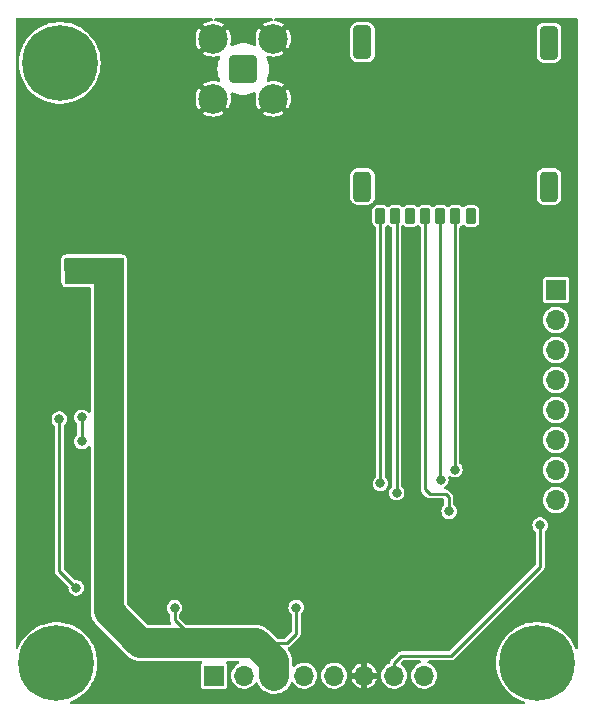
<source format=gbr>
%TF.GenerationSoftware,KiCad,Pcbnew,7.0.5*%
%TF.CreationDate,2023-07-01T23:53:25+07:00*%
%TF.ProjectId,PoeSci EFarm Rev 3,506f6553-6369-4204-9546-61726d205265,rev?*%
%TF.SameCoordinates,Original*%
%TF.FileFunction,Copper,L2,Bot*%
%TF.FilePolarity,Positive*%
%FSLAX46Y46*%
G04 Gerber Fmt 4.6, Leading zero omitted, Abs format (unit mm)*
G04 Created by KiCad (PCBNEW 7.0.5) date 2023-07-01 23:53:25*
%MOMM*%
%LPD*%
G01*
G04 APERTURE LIST*
G04 Aperture macros list*
%AMRoundRect*
0 Rectangle with rounded corners*
0 $1 Rounding radius*
0 $2 $3 $4 $5 $6 $7 $8 $9 X,Y pos of 4 corners*
0 Add a 4 corners polygon primitive as box body*
4,1,4,$2,$3,$4,$5,$6,$7,$8,$9,$2,$3,0*
0 Add four circle primitives for the rounded corners*
1,1,$1+$1,$2,$3*
1,1,$1+$1,$4,$5*
1,1,$1+$1,$6,$7*
1,1,$1+$1,$8,$9*
0 Add four rect primitives between the rounded corners*
20,1,$1+$1,$2,$3,$4,$5,0*
20,1,$1+$1,$4,$5,$6,$7,0*
20,1,$1+$1,$6,$7,$8,$9,0*
20,1,$1+$1,$8,$9,$2,$3,0*%
G04 Aperture macros list end*
%TA.AperFunction,ComponentPad*%
%ADD10C,0.800000*%
%TD*%
%TA.AperFunction,ComponentPad*%
%ADD11C,6.400000*%
%TD*%
%TA.AperFunction,ComponentPad*%
%ADD12R,1.700000X1.700000*%
%TD*%
%TA.AperFunction,ComponentPad*%
%ADD13O,1.700000X1.700000*%
%TD*%
%TA.AperFunction,ComponentPad*%
%ADD14RoundRect,0.200100X-0.949900X-0.949900X0.949900X-0.949900X0.949900X0.949900X-0.949900X0.949900X0*%
%TD*%
%TA.AperFunction,ComponentPad*%
%ADD15C,2.500000*%
%TD*%
%TA.AperFunction,SMDPad,CuDef*%
%ADD16RoundRect,0.225000X-0.225000X-0.450000X0.225000X-0.450000X0.225000X0.450000X-0.225000X0.450000X0*%
%TD*%
%TA.AperFunction,SMDPad,CuDef*%
%ADD17RoundRect,0.387500X-0.387500X-1.062500X0.387500X-1.062500X0.387500X1.062500X-0.387500X1.062500X0*%
%TD*%
%TA.AperFunction,SMDPad,CuDef*%
%ADD18RoundRect,0.387500X-0.387500X-0.912500X0.387500X-0.912500X0.387500X0.912500X-0.387500X0.912500X0*%
%TD*%
%TA.AperFunction,ViaPad*%
%ADD19C,0.800000*%
%TD*%
%TA.AperFunction,Conductor*%
%ADD20C,0.250000*%
%TD*%
%TA.AperFunction,Conductor*%
%ADD21C,0.254000*%
%TD*%
%TA.AperFunction,Conductor*%
%ADD22C,2.540000*%
%TD*%
G04 APERTURE END LIST*
D10*
%TO.P,REF\u002A\u002A,1*%
%TO.N,N/C*%
X133350000Y-98488800D03*
X135047056Y-102585856D03*
X135047056Y-99191744D03*
X135750000Y-100888800D03*
D11*
X133350000Y-100888800D03*
D10*
X133350000Y-103288800D03*
X131652944Y-99191744D03*
X131652944Y-102585856D03*
X130950000Y-100888800D03*
%TD*%
%TO.P,REF\u002A\u002A,1*%
%TO.N,N/C*%
X92659200Y-98514200D03*
X94356256Y-102611256D03*
X94356256Y-99217144D03*
X95059200Y-100914200D03*
D11*
X92659200Y-100914200D03*
D10*
X92659200Y-103314200D03*
X90962144Y-99217144D03*
X90962144Y-102611256D03*
X90259200Y-100914200D03*
%TD*%
%TO.P,REF\u002A\u002A,1*%
%TO.N,N/C*%
X92938600Y-47688800D03*
X94635656Y-51785856D03*
X94635656Y-48391744D03*
X95338600Y-50088800D03*
D11*
X92938600Y-50088800D03*
D10*
X92938600Y-52488800D03*
X91241544Y-48391744D03*
X91241544Y-51785856D03*
X90538600Y-50088800D03*
%TD*%
D12*
%TO.P,J3,1,Pin_1*%
%TO.N,unconnected-(J3-Pin_1-Pad1)*%
X134950200Y-69320000D03*
D13*
%TO.P,J3,2,Pin_2*%
%TO.N,unconnected-(J3-Pin_2-Pad2)*%
X134950200Y-71860000D03*
%TO.P,J3,3,Pin_3*%
%TO.N,unconnected-(J3-Pin_3-Pad3)*%
X134950200Y-74400000D03*
%TO.P,J3,4,Pin_4*%
%TO.N,unconnected-(J3-Pin_4-Pad4)*%
X134950200Y-76940000D03*
%TO.P,J3,5,Pin_5*%
%TO.N,unconnected-(J3-Pin_5-Pad5)*%
X134950200Y-79480000D03*
%TO.P,J3,6,Pin_6*%
%TO.N,unconnected-(J3-Pin_6-Pad6)*%
X134950200Y-82020000D03*
%TO.P,J3,7,Pin_7*%
%TO.N,unconnected-(J3-Pin_7-Pad7)*%
X134950200Y-84560000D03*
%TO.P,J3,8,Pin_8*%
%TO.N,unconnected-(J3-Pin_8-Pad8)*%
X134950200Y-87100000D03*
%TD*%
D14*
%TO.P,J2,1,In*%
%TO.N,Net-(J2-In)*%
X108483400Y-50596800D03*
D15*
%TO.P,J2,2,Ext*%
%TO.N,GND*%
X105943400Y-48056800D03*
X105943400Y-53136800D03*
X111023400Y-48056800D03*
X111023400Y-53136800D03*
%TD*%
D12*
%TO.P,J4,1,Pin_1*%
%TO.N,+3.3V*%
X106020000Y-101975000D03*
D13*
%TO.P,J4,2,Pin_2*%
%TO.N,unconnected-(J4-Pin_2-Pad2)*%
X108560000Y-101975000D03*
%TO.P,J4,3,Pin_3*%
%TO.N,VBATT_BB*%
X111100000Y-101975000D03*
%TO.P,J4,4,Pin_4*%
%TO.N,EXTERNAL_TXD*%
X113640000Y-101975000D03*
%TO.P,J4,5,Pin_5*%
%TO.N,EXTERNAL_RXD*%
X116180000Y-101975000D03*
%TO.P,J4,6,Pin_6*%
%TO.N,GND*%
X118720000Y-101975000D03*
%TO.P,J4,7,Pin_7*%
%TO.N,RESET*%
X121260000Y-101975000D03*
%TO.P,J4,8,Pin_8*%
%TO.N,PWRKEY*%
X123800000Y-101975000D03*
%TD*%
D16*
%TO.P,J1,1,VCC*%
%TO.N,/USIM_VDD*%
X121356000Y-63052000D03*
%TO.P,J1,2,RST*%
%TO.N,/USIM_RST*%
X123896000Y-63052000D03*
%TO.P,J1,3,CLK*%
%TO.N,/USIM_CLK*%
X126436000Y-63052000D03*
%TO.P,J1,5,GND*%
%TO.N,/USIM_GND*%
X120086000Y-63052000D03*
%TO.P,J1,6,VPP*%
%TO.N,unconnected-(J1-VPP-Pad6)*%
X122626000Y-63052000D03*
%TO.P,J1,7,I/O*%
%TO.N,/USIM_DATA*%
X125166000Y-63052000D03*
%TO.P,J1,CD*%
%TO.N,N/C*%
X127756000Y-63052000D03*
D17*
%TO.P,J1,PAD*%
X118566000Y-48337000D03*
D18*
X118566000Y-60567000D03*
D17*
X134366000Y-48387000D03*
D18*
X134366000Y-60562000D03*
%TD*%
D19*
%TO.N,/USIM_RST*%
X125907800Y-88061800D03*
%TO.N,/USIM_CLK*%
X126390400Y-84531200D03*
%TO.N,/USIM_DATA*%
X125196600Y-85394800D03*
%TO.N,/USIM_VDD*%
X121462800Y-86487000D03*
%TO.N,/USIM_GND*%
X120091200Y-85699600D03*
%TO.N,VBATT_BB*%
X96096666Y-68046600D03*
X93929200Y-67106800D03*
X95012933Y-68072000D03*
X97180400Y-67106800D03*
X112951100Y-96212500D03*
X96096666Y-67106800D03*
X97180400Y-67995800D03*
X102657000Y-96225000D03*
X93929200Y-68046600D03*
X95012933Y-67106800D03*
%TO.N,RESET*%
X133604000Y-89230200D03*
%TO.N,VDD_EXT*%
X94812500Y-82149300D03*
X94812500Y-80100500D03*
%TO.N,EXTERNAL_RXD*%
X92900000Y-80250800D03*
X94335600Y-94538800D03*
%TD*%
D20*
%TO.N,EXTERNAL_RXD*%
X92900000Y-93103200D02*
X92900000Y-80250800D01*
X94335600Y-94538800D02*
X92900000Y-93103200D01*
D21*
%TO.N,RESET*%
X126060200Y-100304600D02*
X133604000Y-92760800D01*
X133604000Y-92760800D02*
X133604000Y-89230200D01*
X121843800Y-100304600D02*
X126060200Y-100304600D01*
X121260000Y-100888400D02*
X121843800Y-100304600D01*
X121260000Y-101975000D02*
X121260000Y-100888400D01*
D20*
%TO.N,/USIM_RST*%
X125882400Y-88036400D02*
X125907800Y-88061800D01*
X125882400Y-86868000D02*
X125882400Y-88036400D01*
X124282200Y-86588600D02*
X125603000Y-86588600D01*
X123896000Y-86202400D02*
X124282200Y-86588600D01*
X125603000Y-86588600D02*
X125882400Y-86868000D01*
X123896000Y-63052000D02*
X123896000Y-86202400D01*
%TO.N,/USIM_CLK*%
X126390400Y-84531200D02*
X126390400Y-63097600D01*
X126390400Y-63097600D02*
X126436000Y-63052000D01*
%TO.N,/USIM_DATA*%
X125196600Y-85394800D02*
X125171200Y-85369400D01*
X125171200Y-85369400D02*
X125171200Y-63057200D01*
X125171200Y-63057200D02*
X125166000Y-63052000D01*
%TO.N,/USIM_VDD*%
X121462800Y-63158800D02*
X121356000Y-63052000D01*
X121462800Y-86487000D02*
X121462800Y-63158800D01*
%TO.N,/USIM_GND*%
X120091200Y-85699600D02*
X120091200Y-63057200D01*
X120091200Y-63057200D02*
X120086000Y-63052000D01*
D22*
%TO.N,VBATT_BB*%
X97078800Y-96520000D02*
X97078800Y-68605400D01*
X99771200Y-99212400D02*
X97078800Y-96520000D01*
X104622600Y-99212400D02*
X99771200Y-99212400D01*
D21*
X112951100Y-96212500D02*
X112951100Y-98427700D01*
X112166400Y-99212400D02*
X109539481Y-99212400D01*
D22*
X109539481Y-99212400D02*
X104622600Y-99212400D01*
X111100000Y-100772919D02*
X109539481Y-99212400D01*
D21*
X112951100Y-98427700D02*
X112166400Y-99212400D01*
D22*
X111100000Y-101975000D02*
X111100000Y-100772919D01*
D21*
X102657000Y-96225000D02*
X102657000Y-97246800D01*
X102657000Y-97246800D02*
X104622600Y-99212400D01*
D20*
%TO.N,VDD_EXT*%
X94812500Y-82149300D02*
X94812500Y-80100500D01*
%TD*%
%TA.AperFunction,Conductor*%
%TO.N,GND*%
G36*
X105835931Y-46333185D02*
G01*
X105881686Y-46385989D01*
X105891630Y-46455147D01*
X105862605Y-46518703D01*
X105803827Y-46556477D01*
X105778621Y-46561118D01*
X105707391Y-46566723D01*
X105477200Y-46621987D01*
X105258486Y-46712581D01*
X105068908Y-46828755D01*
X105544791Y-47304637D01*
X105425969Y-47376131D01*
X105291742Y-47503277D01*
X105188538Y-47655491D01*
X104715355Y-47182308D01*
X104599181Y-47371886D01*
X104508587Y-47590600D01*
X104453323Y-47820791D01*
X104434749Y-48056800D01*
X104453323Y-48292808D01*
X104508587Y-48522999D01*
X104599181Y-48741713D01*
X104715355Y-48931290D01*
X105192166Y-48454478D01*
X105235716Y-48536622D01*
X105355409Y-48677535D01*
X105502595Y-48789423D01*
X105544801Y-48808950D01*
X105068908Y-49284843D01*
X105258486Y-49401018D01*
X105477200Y-49491612D01*
X105707391Y-49546876D01*
X105943400Y-49565450D01*
X106179406Y-49546876D01*
X106351257Y-49505618D01*
X106421040Y-49509109D01*
X106477858Y-49549772D01*
X106503671Y-49614699D01*
X106490304Y-49683239D01*
X106463873Y-49734249D01*
X106363831Y-50015740D01*
X106363827Y-50015754D01*
X106303046Y-50308246D01*
X106282660Y-50606298D01*
X106303046Y-50904351D01*
X106363827Y-51196843D01*
X106363831Y-51196857D01*
X106463874Y-51478350D01*
X106479061Y-51507660D01*
X106492426Y-51576239D01*
X106466592Y-51641158D01*
X106409762Y-51681804D01*
X106340016Y-51685282D01*
X106179408Y-51646723D01*
X105943400Y-51628149D01*
X105707391Y-51646723D01*
X105477200Y-51701987D01*
X105258486Y-51792581D01*
X105068908Y-51908755D01*
X105544790Y-52384637D01*
X105425969Y-52456131D01*
X105291742Y-52583277D01*
X105188538Y-52735491D01*
X104715355Y-52262308D01*
X104599181Y-52451886D01*
X104508587Y-52670600D01*
X104453323Y-52900791D01*
X104434749Y-53136800D01*
X104453323Y-53372808D01*
X104508587Y-53602999D01*
X104599181Y-53821713D01*
X104715355Y-54011290D01*
X105192166Y-53534478D01*
X105235716Y-53616622D01*
X105355409Y-53757535D01*
X105502595Y-53869423D01*
X105544801Y-53888950D01*
X105068908Y-54364843D01*
X105258486Y-54481018D01*
X105477200Y-54571612D01*
X105707391Y-54626876D01*
X105943400Y-54645450D01*
X106179408Y-54626876D01*
X106409599Y-54571612D01*
X106628313Y-54481018D01*
X106817890Y-54364844D01*
X106817890Y-54364843D01*
X106342009Y-53888961D01*
X106460831Y-53817469D01*
X106595058Y-53690323D01*
X106698261Y-53538108D01*
X107171443Y-54011290D01*
X107171444Y-54011290D01*
X107287618Y-53821713D01*
X107378212Y-53602999D01*
X107433476Y-53372808D01*
X107452050Y-53136800D01*
X107433476Y-52900792D01*
X107393811Y-52735576D01*
X107397302Y-52665794D01*
X107437965Y-52608976D01*
X107502892Y-52583163D01*
X107563787Y-52592895D01*
X107638635Y-52625405D01*
X107738529Y-52668796D01*
X108026200Y-52749398D01*
X108286401Y-52785161D01*
X108322165Y-52790077D01*
X108322166Y-52790077D01*
X108620917Y-52790077D01*
X108652824Y-52785691D01*
X108916882Y-52749398D01*
X109204553Y-52668796D01*
X109405775Y-52581392D01*
X109475104Y-52572739D01*
X109538109Y-52602942D01*
X109574782Y-52662414D01*
X109575749Y-52724073D01*
X109533324Y-52900790D01*
X109514749Y-53136800D01*
X109533323Y-53372808D01*
X109588587Y-53602999D01*
X109679181Y-53821713D01*
X109795355Y-54011290D01*
X110272166Y-53534479D01*
X110315716Y-53616622D01*
X110435409Y-53757535D01*
X110582595Y-53869423D01*
X110624801Y-53888950D01*
X110148908Y-54364843D01*
X110338486Y-54481018D01*
X110557200Y-54571612D01*
X110787391Y-54626876D01*
X111023400Y-54645450D01*
X111259408Y-54626876D01*
X111489599Y-54571612D01*
X111708313Y-54481018D01*
X111897890Y-54364844D01*
X111897890Y-54364843D01*
X111422009Y-53888961D01*
X111540831Y-53817469D01*
X111675058Y-53690323D01*
X111778261Y-53538108D01*
X112251443Y-54011290D01*
X112251444Y-54011290D01*
X112367618Y-53821713D01*
X112458212Y-53602999D01*
X112513476Y-53372808D01*
X112532050Y-53136800D01*
X112513476Y-52900791D01*
X112458212Y-52670600D01*
X112367618Y-52451886D01*
X112251443Y-52262308D01*
X111774632Y-52739119D01*
X111731084Y-52656978D01*
X111611391Y-52516065D01*
X111464205Y-52404177D01*
X111421996Y-52384649D01*
X111897890Y-51908755D01*
X111708313Y-51792581D01*
X111489599Y-51701987D01*
X111259408Y-51646723D01*
X111023399Y-51628149D01*
X110787391Y-51646723D01*
X110599696Y-51691785D01*
X110529913Y-51688294D01*
X110473096Y-51647630D01*
X110447283Y-51582704D01*
X110460652Y-51514162D01*
X110479206Y-51478354D01*
X110479207Y-51478352D01*
X110579250Y-51196857D01*
X110579252Y-51196852D01*
X110579961Y-51193443D01*
X110640035Y-50904351D01*
X110660422Y-50606299D01*
X110640035Y-50308246D01*
X110594994Y-50091498D01*
X110579254Y-50015754D01*
X110579250Y-50015740D01*
X110479207Y-49734245D01*
X110479206Y-49734243D01*
X110449409Y-49676738D01*
X110436043Y-49608158D01*
X110461877Y-49543240D01*
X110518706Y-49502593D01*
X110588453Y-49499115D01*
X110787392Y-49546876D01*
X111023399Y-49565450D01*
X111259408Y-49546876D01*
X111489599Y-49491612D01*
X111555471Y-49464327D01*
X117536500Y-49464327D01*
X117536501Y-49464349D01*
X117539363Y-49500726D01*
X117584618Y-49656496D01*
X117667185Y-49796110D01*
X117667192Y-49796119D01*
X117781880Y-49910807D01*
X117781884Y-49910810D01*
X117781886Y-49910812D01*
X117921504Y-49993382D01*
X118077271Y-50038636D01*
X118113661Y-50041500D01*
X119018338Y-50041499D01*
X119054729Y-50038636D01*
X119210496Y-49993382D01*
X119350114Y-49910812D01*
X119464812Y-49796114D01*
X119547382Y-49656496D01*
X119588685Y-49514327D01*
X133336500Y-49514327D01*
X133336501Y-49514349D01*
X133339363Y-49550726D01*
X133384618Y-49706496D01*
X133467185Y-49846110D01*
X133467192Y-49846119D01*
X133581880Y-49960807D01*
X133581884Y-49960810D01*
X133581886Y-49960812D01*
X133721504Y-50043382D01*
X133877271Y-50088636D01*
X133913661Y-50091500D01*
X134818338Y-50091499D01*
X134854729Y-50088636D01*
X135010496Y-50043382D01*
X135150114Y-49960812D01*
X135264812Y-49846114D01*
X135347382Y-49706496D01*
X135392636Y-49550729D01*
X135395500Y-49514339D01*
X135395499Y-47259662D01*
X135392636Y-47223271D01*
X135347382Y-47067504D01*
X135264812Y-46927886D01*
X135264810Y-46927884D01*
X135264807Y-46927880D01*
X135150119Y-46813192D01*
X135150110Y-46813185D01*
X135010496Y-46730618D01*
X134854729Y-46685364D01*
X134854727Y-46685363D01*
X134854723Y-46685363D01*
X134823059Y-46682871D01*
X134818339Y-46682500D01*
X134818338Y-46682500D01*
X133913672Y-46682500D01*
X133913650Y-46682501D01*
X133877273Y-46685363D01*
X133721503Y-46730618D01*
X133581889Y-46813185D01*
X133581880Y-46813192D01*
X133467192Y-46927880D01*
X133467185Y-46927889D01*
X133384618Y-47067503D01*
X133339364Y-47223271D01*
X133339363Y-47223276D01*
X133336500Y-47259655D01*
X133336500Y-49514327D01*
X119588685Y-49514327D01*
X119592636Y-49500729D01*
X119595500Y-49464339D01*
X119595499Y-47209662D01*
X119592636Y-47173271D01*
X119547382Y-47017504D01*
X119464812Y-46877886D01*
X119464810Y-46877884D01*
X119464807Y-46877880D01*
X119350119Y-46763192D01*
X119350110Y-46763185D01*
X119210496Y-46680618D01*
X119054729Y-46635364D01*
X119054727Y-46635363D01*
X119054723Y-46635363D01*
X119023059Y-46632871D01*
X119018339Y-46632500D01*
X119018338Y-46632500D01*
X118113672Y-46632500D01*
X118113650Y-46632501D01*
X118077273Y-46635363D01*
X117921503Y-46680618D01*
X117781889Y-46763185D01*
X117781880Y-46763192D01*
X117667192Y-46877880D01*
X117667185Y-46877889D01*
X117584618Y-47017503D01*
X117539364Y-47173271D01*
X117539363Y-47173276D01*
X117536500Y-47209655D01*
X117536500Y-49464327D01*
X111555471Y-49464327D01*
X111708313Y-49401018D01*
X111897890Y-49284844D01*
X111897890Y-49284843D01*
X111422009Y-48808962D01*
X111540831Y-48737469D01*
X111675058Y-48610323D01*
X111778261Y-48458108D01*
X112251443Y-48931290D01*
X112251444Y-48931290D01*
X112367618Y-48741713D01*
X112458212Y-48522999D01*
X112513476Y-48292808D01*
X112532050Y-48056799D01*
X112513476Y-47820791D01*
X112458212Y-47590600D01*
X112367618Y-47371886D01*
X112251443Y-47182308D01*
X111774632Y-47659118D01*
X111731084Y-47576978D01*
X111611391Y-47436065D01*
X111464205Y-47324177D01*
X111421996Y-47304649D01*
X111897890Y-46828755D01*
X111708313Y-46712581D01*
X111489599Y-46621987D01*
X111259408Y-46566723D01*
X111188179Y-46561118D01*
X111122891Y-46536234D01*
X111081420Y-46480003D01*
X111076933Y-46410277D01*
X111110855Y-46349195D01*
X111172416Y-46316149D01*
X111197908Y-46313500D01*
X136686300Y-46313500D01*
X136753339Y-46333185D01*
X136799094Y-46385989D01*
X136810300Y-46437500D01*
X136810300Y-99594270D01*
X136790615Y-99661309D01*
X136737811Y-99707064D01*
X136668653Y-99717008D01*
X136605097Y-99687983D01*
X136571107Y-99640167D01*
X136489828Y-99436172D01*
X136489826Y-99436169D01*
X136489824Y-99436163D01*
X136314361Y-99105203D01*
X136314356Y-99105195D01*
X136314352Y-99105188D01*
X136104143Y-98795155D01*
X135861635Y-98509653D01*
X135833798Y-98483284D01*
X135589681Y-98252044D01*
X135589674Y-98252038D01*
X135589671Y-98252036D01*
X135518933Y-98198263D01*
X135291468Y-98025349D01*
X135054818Y-97882961D01*
X134970498Y-97832227D01*
X134970485Y-97832220D01*
X134630530Y-97674940D01*
X134630525Y-97674938D01*
X134630520Y-97674936D01*
X134457485Y-97616633D01*
X134275533Y-97555326D01*
X133909696Y-97474800D01*
X133537299Y-97434300D01*
X133537298Y-97434300D01*
X133162702Y-97434300D01*
X133162700Y-97434300D01*
X132790303Y-97474800D01*
X132424466Y-97555326D01*
X132150052Y-97647787D01*
X132069480Y-97674936D01*
X132069477Y-97674937D01*
X132069469Y-97674940D01*
X131729514Y-97832220D01*
X131729501Y-97832227D01*
X131541044Y-97945619D01*
X131408532Y-98025349D01*
X131375119Y-98050749D01*
X131110328Y-98252036D01*
X131110319Y-98252044D01*
X130838364Y-98509653D01*
X130595856Y-98795155D01*
X130385647Y-99105188D01*
X130210173Y-99436169D01*
X130210171Y-99436172D01*
X130071522Y-99784156D01*
X130071521Y-99784158D01*
X129971311Y-100145085D01*
X129971306Y-100145106D01*
X129910707Y-100514739D01*
X129910706Y-100514752D01*
X129910706Y-100514754D01*
X129906257Y-100596810D01*
X129890426Y-100888797D01*
X129890426Y-100888802D01*
X129894747Y-100968496D01*
X129909879Y-101247601D01*
X129910706Y-101262843D01*
X129910707Y-101262860D01*
X129971306Y-101632493D01*
X129971311Y-101632514D01*
X130071521Y-101993441D01*
X130071522Y-101993443D01*
X130210171Y-102341427D01*
X130210173Y-102341430D01*
X130210176Y-102341437D01*
X130385639Y-102672397D01*
X130385641Y-102672400D01*
X130385647Y-102672411D01*
X130595856Y-102982444D01*
X130678296Y-103079499D01*
X130838365Y-103267947D01*
X131110319Y-103525556D01*
X131408532Y-103752251D01*
X131729506Y-103945375D01*
X131729510Y-103945376D01*
X131729514Y-103945379D01*
X132069469Y-104102659D01*
X132069480Y-104102664D01*
X132233685Y-104157991D01*
X132290929Y-104198051D01*
X132317429Y-104262701D01*
X132304769Y-104331414D01*
X132256970Y-104382375D01*
X132194091Y-104399500D01*
X93890493Y-104399500D01*
X93823454Y-104379815D01*
X93777699Y-104327011D01*
X93767755Y-104257853D01*
X93796780Y-104194297D01*
X93850897Y-104157991D01*
X93939720Y-104128064D01*
X94279694Y-103970775D01*
X94600668Y-103777651D01*
X94898881Y-103550956D01*
X95170835Y-103293347D01*
X95413343Y-103007845D01*
X95559393Y-102792438D01*
X95623552Y-102697811D01*
X95623553Y-102697807D01*
X95623561Y-102697797D01*
X95799024Y-102366837D01*
X95937676Y-102018847D01*
X95944729Y-101993447D01*
X95969810Y-101903111D01*
X96037891Y-101657906D01*
X96057797Y-101536487D01*
X96098492Y-101288260D01*
X96098492Y-101288257D01*
X96098494Y-101288246D01*
X96117900Y-100930320D01*
X96118774Y-100914202D01*
X96118774Y-100914197D01*
X96115237Y-100848959D01*
X96098494Y-100540154D01*
X96098468Y-100539998D01*
X96037893Y-100170506D01*
X96037892Y-100170505D01*
X96037891Y-100170494D01*
X95990381Y-99999380D01*
X95937678Y-99809558D01*
X95937677Y-99809556D01*
X95799028Y-99461572D01*
X95799026Y-99461569D01*
X95799024Y-99461563D01*
X95623561Y-99130603D01*
X95623556Y-99130595D01*
X95623552Y-99130588D01*
X95413343Y-98820555D01*
X95170835Y-98535053D01*
X95170835Y-98535052D01*
X94898881Y-98277444D01*
X94898874Y-98277438D01*
X94898871Y-98277436D01*
X94821098Y-98218315D01*
X94600668Y-98050749D01*
X94382888Y-97919715D01*
X94279698Y-97857627D01*
X94279685Y-97857620D01*
X93939730Y-97700340D01*
X93939725Y-97700338D01*
X93939720Y-97700336D01*
X93710344Y-97623050D01*
X93584733Y-97580726D01*
X93218896Y-97500200D01*
X92846499Y-97459700D01*
X92846498Y-97459700D01*
X92471902Y-97459700D01*
X92471900Y-97459700D01*
X92099503Y-97500200D01*
X91733666Y-97580726D01*
X91523379Y-97651581D01*
X91378680Y-97700336D01*
X91378677Y-97700337D01*
X91378669Y-97700340D01*
X91038714Y-97857620D01*
X91038701Y-97857627D01*
X90849559Y-97971431D01*
X90717732Y-98050749D01*
X90695586Y-98067584D01*
X90419528Y-98277436D01*
X90419519Y-98277444D01*
X90147564Y-98535053D01*
X89905056Y-98820555D01*
X89694847Y-99130588D01*
X89519373Y-99461568D01*
X89439692Y-99661552D01*
X89396591Y-99716544D01*
X89330602Y-99739504D01*
X89262675Y-99723143D01*
X89214377Y-99672654D01*
X89200500Y-99615658D01*
X89200500Y-80250800D01*
X92240693Y-80250800D01*
X92259850Y-80408581D01*
X92316214Y-80557197D01*
X92372468Y-80638695D01*
X92406502Y-80688001D01*
X92406504Y-80688003D01*
X92406506Y-80688005D01*
X92478727Y-80751987D01*
X92515854Y-80811176D01*
X92520500Y-80844802D01*
X92520500Y-93050979D01*
X92517861Y-93076427D01*
X92515580Y-93087300D01*
X92520023Y-93122939D01*
X92520500Y-93130616D01*
X92520500Y-93134643D01*
X92524170Y-93156638D01*
X92524539Y-93159171D01*
X92531247Y-93212982D01*
X92533505Y-93220567D01*
X92536101Y-93228130D01*
X92547302Y-93248828D01*
X92561904Y-93275810D01*
X92563061Y-93278059D01*
X92586874Y-93326769D01*
X92591472Y-93333208D01*
X92596381Y-93339516D01*
X92636268Y-93376235D01*
X92638089Y-93377983D01*
X93646876Y-94386770D01*
X93680361Y-94448093D01*
X93682291Y-94489396D01*
X93676293Y-94538799D01*
X93676293Y-94538800D01*
X93695450Y-94696581D01*
X93736027Y-94803573D01*
X93751813Y-94845195D01*
X93842102Y-94976001D01*
X93842104Y-94976003D01*
X93842106Y-94976005D01*
X93961069Y-95081398D01*
X93961071Y-95081399D01*
X94101807Y-95155263D01*
X94178968Y-95174281D01*
X94256128Y-95193300D01*
X94256129Y-95193300D01*
X94415072Y-95193300D01*
X94466511Y-95180621D01*
X94569393Y-95155263D01*
X94710129Y-95081399D01*
X94829098Y-94976001D01*
X94919387Y-94845195D01*
X94975749Y-94696582D01*
X94994907Y-94538800D01*
X94975749Y-94381018D01*
X94919387Y-94232405D01*
X94829098Y-94101599D01*
X94829095Y-94101596D01*
X94829093Y-94101594D01*
X94710130Y-93996201D01*
X94569391Y-93922336D01*
X94415072Y-93884300D01*
X94415071Y-93884300D01*
X94269156Y-93884300D01*
X94202117Y-93864615D01*
X94181475Y-93847981D01*
X93315819Y-92982325D01*
X93282334Y-92921002D01*
X93279500Y-92894644D01*
X93279500Y-80844802D01*
X93299185Y-80777763D01*
X93321273Y-80751987D01*
X93393498Y-80688001D01*
X93483787Y-80557195D01*
X93540149Y-80408582D01*
X93559307Y-80250800D01*
X93540149Y-80093018D01*
X93483787Y-79944405D01*
X93393498Y-79813599D01*
X93393495Y-79813596D01*
X93393493Y-79813594D01*
X93274530Y-79708201D01*
X93133791Y-79634336D01*
X92979472Y-79596300D01*
X92979471Y-79596300D01*
X92820529Y-79596300D01*
X92820528Y-79596300D01*
X92666208Y-79634336D01*
X92525469Y-79708201D01*
X92406506Y-79813594D01*
X92406500Y-79813601D01*
X92316214Y-79944402D01*
X92259850Y-80093018D01*
X92240693Y-80250799D01*
X92240693Y-80250800D01*
X89200500Y-80250800D01*
X89200500Y-66701755D01*
X93061542Y-66701755D01*
X93084124Y-68688960D01*
X93090355Y-68742611D01*
X93090356Y-68742620D01*
X93101553Y-68792714D01*
X93108585Y-68818062D01*
X93108586Y-68818063D01*
X93158688Y-68906048D01*
X93185156Y-68936594D01*
X93204439Y-68958848D01*
X93204442Y-68958851D01*
X93204443Y-68958852D01*
X93237730Y-68990971D01*
X93327448Y-69037903D01*
X93394487Y-69057588D01*
X93394491Y-69057588D01*
X93394493Y-69057589D01*
X93406306Y-69059287D01*
X93467599Y-69068100D01*
X95425300Y-69068100D01*
X95492339Y-69087785D01*
X95538094Y-69140589D01*
X95549300Y-69192100D01*
X95549300Y-70284807D01*
X95553944Y-70327992D01*
X95554300Y-70334625D01*
X95554300Y-79625096D01*
X95534615Y-79692135D01*
X95481811Y-79737890D01*
X95412653Y-79747834D01*
X95349097Y-79718809D01*
X95328251Y-79695537D01*
X95306001Y-79663303D01*
X95305999Y-79663301D01*
X95305998Y-79663299D01*
X95305995Y-79663296D01*
X95305993Y-79663294D01*
X95187030Y-79557901D01*
X95046291Y-79484036D01*
X94891972Y-79446000D01*
X94891971Y-79446000D01*
X94733029Y-79446000D01*
X94733028Y-79446000D01*
X94578708Y-79484036D01*
X94437969Y-79557901D01*
X94319006Y-79663294D01*
X94319000Y-79663301D01*
X94228714Y-79794102D01*
X94172350Y-79942718D01*
X94153193Y-80100499D01*
X94153193Y-80100500D01*
X94172350Y-80258281D01*
X94228714Y-80406897D01*
X94274302Y-80472942D01*
X94319002Y-80537701D01*
X94391227Y-80601688D01*
X94428353Y-80660877D01*
X94432999Y-80694502D01*
X94432999Y-81555297D01*
X94413314Y-81622336D01*
X94391227Y-81648111D01*
X94319007Y-81712093D01*
X94319000Y-81712101D01*
X94228714Y-81842902D01*
X94172350Y-81991518D01*
X94153193Y-82149299D01*
X94153193Y-82149300D01*
X94172350Y-82307081D01*
X94228714Y-82455697D01*
X94282567Y-82533716D01*
X94319002Y-82586501D01*
X94319004Y-82586503D01*
X94319006Y-82586505D01*
X94437969Y-82691898D01*
X94437971Y-82691899D01*
X94578707Y-82765763D01*
X94655868Y-82784781D01*
X94733028Y-82803800D01*
X94733029Y-82803800D01*
X94891972Y-82803800D01*
X94943411Y-82791121D01*
X95046293Y-82765763D01*
X95187029Y-82691899D01*
X95305998Y-82586501D01*
X95328250Y-82554262D01*
X95382532Y-82510273D01*
X95451981Y-82502613D01*
X95514546Y-82533716D01*
X95550363Y-82593707D01*
X95554300Y-82624703D01*
X95554300Y-96503984D01*
X95554287Y-96505232D01*
X95552130Y-96612348D01*
X95562685Y-96686727D01*
X95563099Y-96690450D01*
X95569146Y-96765345D01*
X95569146Y-96765347D01*
X95579465Y-96807214D01*
X95580652Y-96813341D01*
X95586712Y-96856040D01*
X95609061Y-96927764D01*
X95610066Y-96931370D01*
X95628048Y-97004321D01*
X95628050Y-97004327D01*
X95628051Y-97004331D01*
X95644957Y-97044013D01*
X95647109Y-97049863D01*
X95659938Y-97091037D01*
X95676759Y-97124719D01*
X95693515Y-97158270D01*
X95695078Y-97161651D01*
X95724530Y-97230776D01*
X95747224Y-97266665D01*
X95747578Y-97267224D01*
X95750644Y-97272661D01*
X95753516Y-97278411D01*
X95769916Y-97311248D01*
X95769917Y-97311250D01*
X95769918Y-97311251D01*
X95813830Y-97372204D01*
X95815927Y-97375309D01*
X95856081Y-97438808D01*
X95884682Y-97471092D01*
X95888581Y-97475967D01*
X95913792Y-97510962D01*
X95913795Y-97510965D01*
X95966918Y-97564087D01*
X95969469Y-97566796D01*
X95981811Y-97580727D01*
X96019303Y-97623048D01*
X96052711Y-97650324D01*
X96057343Y-97654512D01*
X98681948Y-100279117D01*
X98682774Y-100279960D01*
X98756976Y-100357214D01*
X98756980Y-100357217D01*
X98817045Y-100402352D01*
X98819942Y-100404670D01*
X98877197Y-100453371D01*
X98877207Y-100453377D01*
X98914117Y-100475691D01*
X98919283Y-100479179D01*
X98953756Y-100505084D01*
X98996613Y-100527577D01*
X99020279Y-100539998D01*
X99023541Y-100541838D01*
X99087836Y-100580706D01*
X99087838Y-100580706D01*
X99087840Y-100580708D01*
X99127860Y-100596815D01*
X99133497Y-100599420D01*
X99171703Y-100619472D01*
X99242972Y-100643265D01*
X99246467Y-100644550D01*
X99316181Y-100672608D01*
X99358264Y-100682086D01*
X99364261Y-100683757D01*
X99405176Y-100697417D01*
X99479319Y-100709465D01*
X99482990Y-100710177D01*
X99530088Y-100720783D01*
X99556307Y-100726689D01*
X99599372Y-100729293D01*
X99605552Y-100729980D01*
X99648130Y-100736900D01*
X99723245Y-100736900D01*
X99726988Y-100737013D01*
X99735330Y-100737517D01*
X99801999Y-100741550D01*
X99844915Y-100737213D01*
X99851149Y-100736900D01*
X104499530Y-100736900D01*
X104891769Y-100736900D01*
X104958808Y-100756585D01*
X105004563Y-100809389D01*
X105014507Y-100878547D01*
X104991068Y-100929869D01*
X104993301Y-100931361D01*
X104930266Y-101025699D01*
X104930264Y-101025703D01*
X104915500Y-101099928D01*
X104915500Y-102850063D01*
X104930266Y-102924301D01*
X104986515Y-103008484D01*
X105020234Y-103031014D01*
X105070699Y-103064734D01*
X105070702Y-103064734D01*
X105070703Y-103064735D01*
X105095666Y-103069700D01*
X105144933Y-103079500D01*
X106895066Y-103079499D01*
X106969301Y-103064734D01*
X107053484Y-103008484D01*
X107109734Y-102924301D01*
X107124500Y-102850067D01*
X107124499Y-101099934D01*
X107109734Y-101025699D01*
X107068943Y-100964652D01*
X107046699Y-100931361D01*
X107049958Y-100929183D01*
X107027065Y-100887258D01*
X107032049Y-100817566D01*
X107073921Y-100761633D01*
X107139385Y-100737216D01*
X107148231Y-100736900D01*
X108035051Y-100736900D01*
X108102090Y-100756585D01*
X108147845Y-100809389D01*
X108157789Y-100878547D01*
X108128764Y-100942103D01*
X108079845Y-100976527D01*
X108065575Y-100982054D01*
X108065569Y-100982057D01*
X107891539Y-101089812D01*
X107891537Y-101089814D01*
X107740269Y-101227712D01*
X107616912Y-101391064D01*
X107525673Y-101574295D01*
X107469654Y-101771183D01*
X107450768Y-101974999D01*
X107450768Y-101975000D01*
X107469654Y-102178816D01*
X107469654Y-102178818D01*
X107469655Y-102178821D01*
X107482794Y-102225000D01*
X107525673Y-102375704D01*
X107616912Y-102558935D01*
X107740269Y-102722287D01*
X107891537Y-102860185D01*
X107891539Y-102860187D01*
X108065569Y-102967942D01*
X108065575Y-102967945D01*
X108103002Y-102982444D01*
X108256444Y-103041888D01*
X108457653Y-103079500D01*
X108457656Y-103079500D01*
X108662344Y-103079500D01*
X108662347Y-103079500D01*
X108863556Y-103041888D01*
X109054427Y-102967944D01*
X109228462Y-102860186D01*
X109379732Y-102722285D01*
X109494584Y-102570195D01*
X109550692Y-102528559D01*
X109620404Y-102523867D01*
X109681586Y-102557609D01*
X109707615Y-102596318D01*
X109745725Y-102685767D01*
X109745728Y-102685772D01*
X109745730Y-102685776D01*
X109877284Y-102893811D01*
X109877287Y-102893815D01*
X110040503Y-103078048D01*
X110231166Y-103233719D01*
X110231169Y-103233722D01*
X110345187Y-103299550D01*
X110444332Y-103356791D01*
X110674478Y-103444074D01*
X110915644Y-103493309D01*
X110989426Y-103496282D01*
X111161578Y-103503220D01*
X111161579Y-103503220D01*
X111161580Y-103503219D01*
X111161585Y-103503220D01*
X111405931Y-103473551D01*
X111642354Y-103405070D01*
X111864730Y-103299551D01*
X112067300Y-103159727D01*
X112244817Y-102989220D01*
X112392684Y-102792444D01*
X112498841Y-102590178D01*
X112547426Y-102539966D01*
X112615445Y-102523991D01*
X112681303Y-102547326D01*
X112707592Y-102573078D01*
X112820266Y-102722283D01*
X112820268Y-102722286D01*
X112971537Y-102860185D01*
X112971539Y-102860187D01*
X113145569Y-102967942D01*
X113145575Y-102967945D01*
X113183002Y-102982444D01*
X113336444Y-103041888D01*
X113537653Y-103079500D01*
X113537656Y-103079500D01*
X113742344Y-103079500D01*
X113742347Y-103079500D01*
X113943556Y-103041888D01*
X114134427Y-102967944D01*
X114308462Y-102860186D01*
X114459732Y-102722285D01*
X114583088Y-102558935D01*
X114674328Y-102375701D01*
X114730345Y-102178821D01*
X114749232Y-101975000D01*
X115070768Y-101975000D01*
X115089654Y-102178816D01*
X115089654Y-102178818D01*
X115089655Y-102178821D01*
X115102794Y-102225000D01*
X115145673Y-102375704D01*
X115236912Y-102558935D01*
X115360269Y-102722287D01*
X115511537Y-102860185D01*
X115511539Y-102860187D01*
X115685569Y-102967942D01*
X115685575Y-102967945D01*
X115723002Y-102982444D01*
X115876444Y-103041888D01*
X116077653Y-103079500D01*
X116077656Y-103079500D01*
X116282344Y-103079500D01*
X116282347Y-103079500D01*
X116483556Y-103041888D01*
X116674427Y-102967944D01*
X116848462Y-102860186D01*
X116999732Y-102722285D01*
X117123088Y-102558935D01*
X117214328Y-102375701D01*
X117270345Y-102178821D01*
X117289232Y-101975000D01*
X117270345Y-101771179D01*
X117257206Y-101724999D01*
X117643312Y-101724999D01*
X117643313Y-101725000D01*
X118286314Y-101725000D01*
X118260507Y-101765156D01*
X118220000Y-101903111D01*
X118220000Y-102046889D01*
X118260507Y-102184844D01*
X118286314Y-102225000D01*
X117643313Y-102225000D01*
X117686140Y-102375522D01*
X117777339Y-102558671D01*
X117900640Y-102721949D01*
X118051836Y-102859782D01*
X118051842Y-102859786D01*
X118225793Y-102967492D01*
X118225808Y-102967499D01*
X118416573Y-103041402D01*
X118470000Y-103051389D01*
X118470000Y-102410501D01*
X118577685Y-102459680D01*
X118684237Y-102475000D01*
X118755763Y-102475000D01*
X118862315Y-102459680D01*
X118970000Y-102410501D01*
X118970000Y-103051389D01*
X119023426Y-103041402D01*
X119214191Y-102967499D01*
X119214206Y-102967492D01*
X119388157Y-102859786D01*
X119388163Y-102859782D01*
X119539359Y-102721949D01*
X119662660Y-102558671D01*
X119753859Y-102375522D01*
X119796687Y-102225000D01*
X119153686Y-102225000D01*
X119179493Y-102184844D01*
X119220000Y-102046889D01*
X119220000Y-101975000D01*
X120150768Y-101975000D01*
X120169654Y-102178816D01*
X120169654Y-102178818D01*
X120169655Y-102178821D01*
X120182794Y-102225000D01*
X120225673Y-102375704D01*
X120316912Y-102558935D01*
X120440269Y-102722287D01*
X120591537Y-102860185D01*
X120591539Y-102860187D01*
X120765569Y-102967942D01*
X120765575Y-102967945D01*
X120803002Y-102982444D01*
X120956444Y-103041888D01*
X121157653Y-103079500D01*
X121157656Y-103079500D01*
X121362344Y-103079500D01*
X121362347Y-103079500D01*
X121563556Y-103041888D01*
X121754427Y-102967944D01*
X121928462Y-102860186D01*
X122079732Y-102722285D01*
X122203088Y-102558935D01*
X122294328Y-102375701D01*
X122350345Y-102178821D01*
X122369232Y-101975000D01*
X122350345Y-101771179D01*
X122294328Y-101574299D01*
X122203088Y-101391065D01*
X122106262Y-101262846D01*
X122079730Y-101227712D01*
X121928463Y-101089815D01*
X121928462Y-101089814D01*
X121857534Y-101045897D01*
X121810900Y-100993870D01*
X121799796Y-100924888D01*
X121827749Y-100860854D01*
X121835123Y-100852798D01*
X121965504Y-100722418D01*
X122026829Y-100688934D01*
X122053186Y-100686100D01*
X123406181Y-100686100D01*
X123473220Y-100705785D01*
X123518975Y-100758589D01*
X123528919Y-100827747D01*
X123499894Y-100891303D01*
X123450975Y-100925727D01*
X123305575Y-100982054D01*
X123305569Y-100982057D01*
X123131539Y-101089812D01*
X123131537Y-101089814D01*
X122980269Y-101227712D01*
X122856912Y-101391064D01*
X122765673Y-101574295D01*
X122709654Y-101771183D01*
X122690768Y-101974999D01*
X122690768Y-101975000D01*
X122709654Y-102178816D01*
X122709654Y-102178818D01*
X122709655Y-102178821D01*
X122722794Y-102225000D01*
X122765673Y-102375704D01*
X122856912Y-102558935D01*
X122980269Y-102722287D01*
X123131537Y-102860185D01*
X123131539Y-102860187D01*
X123305569Y-102967942D01*
X123305575Y-102967945D01*
X123343002Y-102982444D01*
X123496444Y-103041888D01*
X123697653Y-103079500D01*
X123697656Y-103079500D01*
X123902344Y-103079500D01*
X123902347Y-103079500D01*
X124103556Y-103041888D01*
X124294427Y-102967944D01*
X124468462Y-102860186D01*
X124619732Y-102722285D01*
X124743088Y-102558935D01*
X124834328Y-102375701D01*
X124890345Y-102178821D01*
X124909232Y-101975000D01*
X124890345Y-101771179D01*
X124834328Y-101574299D01*
X124743088Y-101391065D01*
X124646262Y-101262846D01*
X124619730Y-101227712D01*
X124468462Y-101089814D01*
X124468460Y-101089812D01*
X124294430Y-100982057D01*
X124294424Y-100982054D01*
X124149025Y-100925727D01*
X124093624Y-100883154D01*
X124070033Y-100817387D01*
X124085744Y-100749307D01*
X124135768Y-100700528D01*
X124193819Y-100686100D01*
X126007773Y-100686100D01*
X126033218Y-100688739D01*
X126037161Y-100689565D01*
X126044217Y-100691045D01*
X126062776Y-100688731D01*
X126080066Y-100686577D01*
X126087742Y-100686100D01*
X126091808Y-100686100D01*
X126091811Y-100686100D01*
X126113986Y-100682399D01*
X126116445Y-100682041D01*
X126170560Y-100675296D01*
X126170561Y-100675295D01*
X126178213Y-100673016D01*
X126185778Y-100670419D01*
X126185786Y-100670418D01*
X126233747Y-100644461D01*
X126235982Y-100643311D01*
X126284946Y-100619376D01*
X126284948Y-100619373D01*
X126284950Y-100619373D01*
X126291463Y-100614722D01*
X126297757Y-100609823D01*
X126297757Y-100609822D01*
X126297762Y-100609820D01*
X126334708Y-100569684D01*
X126336409Y-100567911D01*
X133836689Y-93067631D01*
X133856539Y-93051511D01*
X133865956Y-93045360D01*
X133888159Y-93016831D01*
X133893230Y-93011091D01*
X133896113Y-93008209D01*
X133909161Y-92989931D01*
X133910644Y-92987942D01*
X133944158Y-92944885D01*
X133947956Y-92937866D01*
X133951470Y-92930676D01*
X133951475Y-92930670D01*
X133967043Y-92878375D01*
X133967785Y-92876058D01*
X133985500Y-92824461D01*
X133985500Y-92824456D01*
X133986815Y-92816577D01*
X133987805Y-92808640D01*
X133985553Y-92754198D01*
X133985500Y-92751635D01*
X133985500Y-89822430D01*
X134005185Y-89755391D01*
X134027268Y-89729618D01*
X134097498Y-89667401D01*
X134187787Y-89536595D01*
X134244149Y-89387982D01*
X134263307Y-89230200D01*
X134244149Y-89072418D01*
X134187787Y-88923805D01*
X134097498Y-88792999D01*
X134097495Y-88792996D01*
X134097493Y-88792994D01*
X133978530Y-88687601D01*
X133837791Y-88613736D01*
X133683472Y-88575700D01*
X133683471Y-88575700D01*
X133524529Y-88575700D01*
X133524528Y-88575700D01*
X133370208Y-88613736D01*
X133229469Y-88687601D01*
X133110506Y-88792994D01*
X133110500Y-88793001D01*
X133020214Y-88923802D01*
X132963850Y-89072418D01*
X132944693Y-89230199D01*
X132944693Y-89230200D01*
X132963850Y-89387981D01*
X133004427Y-89494973D01*
X133020213Y-89536595D01*
X133110502Y-89667401D01*
X133180728Y-89729616D01*
X133217854Y-89788804D01*
X133222500Y-89822430D01*
X133222500Y-92551415D01*
X133202815Y-92618454D01*
X133186181Y-92639096D01*
X125938496Y-99886781D01*
X125877173Y-99920266D01*
X125850815Y-99923100D01*
X121896228Y-99923100D01*
X121870783Y-99920461D01*
X121859785Y-99918155D01*
X121859781Y-99918155D01*
X121823934Y-99922623D01*
X121816258Y-99923100D01*
X121812186Y-99923100D01*
X121790059Y-99926792D01*
X121787525Y-99927161D01*
X121733441Y-99933903D01*
X121725787Y-99936181D01*
X121718213Y-99938781D01*
X121670301Y-99964710D01*
X121668024Y-99965883D01*
X121619054Y-99989823D01*
X121612542Y-99994472D01*
X121606237Y-99999380D01*
X121569317Y-100039484D01*
X121567544Y-100041333D01*
X121027309Y-100581566D01*
X121007454Y-100597691D01*
X120998045Y-100603838D01*
X120998041Y-100603842D01*
X120975856Y-100632344D01*
X120970778Y-100638096D01*
X120967898Y-100640977D01*
X120967883Y-100640994D01*
X120954840Y-100659260D01*
X120953312Y-100661310D01*
X120919842Y-100704313D01*
X120916035Y-100711347D01*
X120912524Y-100718531D01*
X120896969Y-100770779D01*
X120896187Y-100773219D01*
X120878499Y-100824738D01*
X120877185Y-100832614D01*
X120876194Y-100840563D01*
X120876542Y-100848959D01*
X120859645Y-100916754D01*
X120808777Y-100964652D01*
X120797444Y-100969709D01*
X120765569Y-100982057D01*
X120591536Y-101089815D01*
X120440269Y-101227712D01*
X120316912Y-101391064D01*
X120225673Y-101574295D01*
X120169654Y-101771183D01*
X120150768Y-101974999D01*
X120150768Y-101975000D01*
X119220000Y-101975000D01*
X119220000Y-101903111D01*
X119179493Y-101765156D01*
X119153686Y-101725000D01*
X119796687Y-101725000D01*
X119796687Y-101724999D01*
X119753859Y-101574477D01*
X119662660Y-101391328D01*
X119539359Y-101228050D01*
X119388163Y-101090217D01*
X119388157Y-101090213D01*
X119214206Y-100982507D01*
X119214200Y-100982504D01*
X119023417Y-100908595D01*
X119023407Y-100908592D01*
X118970001Y-100898608D01*
X118970000Y-100898609D01*
X118970000Y-101539498D01*
X118862315Y-101490320D01*
X118755763Y-101475000D01*
X118684237Y-101475000D01*
X118577685Y-101490320D01*
X118469999Y-101539498D01*
X118469999Y-100898609D01*
X118469998Y-100898608D01*
X118416592Y-100908592D01*
X118416582Y-100908595D01*
X118225799Y-100982504D01*
X118225793Y-100982507D01*
X118051842Y-101090213D01*
X118051836Y-101090217D01*
X117900640Y-101228050D01*
X117777339Y-101391328D01*
X117686140Y-101574477D01*
X117643312Y-101724999D01*
X117257206Y-101724999D01*
X117214328Y-101574299D01*
X117123088Y-101391065D01*
X117026262Y-101262846D01*
X116999730Y-101227712D01*
X116848462Y-101089814D01*
X116848460Y-101089812D01*
X116674430Y-100982057D01*
X116674424Y-100982054D01*
X116523993Y-100923777D01*
X116483556Y-100908112D01*
X116282347Y-100870500D01*
X116077653Y-100870500D01*
X115876444Y-100908112D01*
X115876441Y-100908112D01*
X115876441Y-100908113D01*
X115685575Y-100982054D01*
X115685569Y-100982057D01*
X115511539Y-101089812D01*
X115511537Y-101089814D01*
X115360269Y-101227712D01*
X115236912Y-101391064D01*
X115145673Y-101574295D01*
X115089654Y-101771183D01*
X115070768Y-101974999D01*
X115070768Y-101975000D01*
X114749232Y-101975000D01*
X114730345Y-101771179D01*
X114674328Y-101574299D01*
X114583088Y-101391065D01*
X114486262Y-101262846D01*
X114459730Y-101227712D01*
X114308462Y-101089814D01*
X114308460Y-101089812D01*
X114134430Y-100982057D01*
X114134424Y-100982054D01*
X113983993Y-100923777D01*
X113943556Y-100908112D01*
X113742347Y-100870500D01*
X113537653Y-100870500D01*
X113336444Y-100908112D01*
X113336441Y-100908112D01*
X113336441Y-100908113D01*
X113145575Y-100982054D01*
X113145569Y-100982057D01*
X112971539Y-101089812D01*
X112971537Y-101089814D01*
X112832038Y-101216984D01*
X112769234Y-101247601D01*
X112699847Y-101239403D01*
X112645907Y-101194993D01*
X112624539Y-101128471D01*
X112624500Y-101125347D01*
X112624500Y-100788933D01*
X112624513Y-100787685D01*
X112625535Y-100736900D01*
X112626670Y-100680573D01*
X112616112Y-100606175D01*
X112615699Y-100602460D01*
X112615454Y-100599430D01*
X112609654Y-100527576D01*
X112599329Y-100485689D01*
X112598144Y-100479564D01*
X112594427Y-100453371D01*
X112592086Y-100436873D01*
X112569734Y-100365147D01*
X112568736Y-100361568D01*
X112550749Y-100288588D01*
X112533843Y-100248908D01*
X112531688Y-100243048D01*
X112524122Y-100218771D01*
X112518858Y-100201877D01*
X112485284Y-100134651D01*
X112483728Y-100131285D01*
X112454270Y-100062143D01*
X112431212Y-100025681D01*
X112428158Y-100020266D01*
X112408884Y-99981671D01*
X112376112Y-99936181D01*
X112364963Y-99920705D01*
X112362867Y-99917601D01*
X112341918Y-99884474D01*
X112322716Y-99854108D01*
X112294113Y-99821822D01*
X112290213Y-99816946D01*
X112284889Y-99809556D01*
X112266593Y-99784158D01*
X112265007Y-99781956D01*
X112259872Y-99776821D01*
X112226387Y-99715498D01*
X112231371Y-99645806D01*
X112273243Y-99589873D01*
X112288533Y-99580086D01*
X112291984Y-99578218D01*
X112291986Y-99578218D01*
X112339928Y-99552272D01*
X112342182Y-99551111D01*
X112391146Y-99527176D01*
X112391148Y-99527173D01*
X112391150Y-99527173D01*
X112397663Y-99522522D01*
X112403957Y-99517623D01*
X112403957Y-99517622D01*
X112403962Y-99517620D01*
X112440908Y-99477484D01*
X112442609Y-99475711D01*
X113183789Y-98734531D01*
X113203639Y-98718411D01*
X113213056Y-98712260D01*
X113235259Y-98683731D01*
X113240330Y-98677991D01*
X113243213Y-98675109D01*
X113256261Y-98656831D01*
X113257744Y-98654842D01*
X113291258Y-98611785D01*
X113295056Y-98604766D01*
X113298570Y-98597576D01*
X113298575Y-98597570D01*
X113314143Y-98545275D01*
X113314885Y-98542958D01*
X113332600Y-98491361D01*
X113332600Y-98491356D01*
X113333915Y-98483477D01*
X113334905Y-98475541D01*
X113332652Y-98421096D01*
X113332599Y-98418532D01*
X113332599Y-97621267D01*
X113332599Y-96804726D01*
X113352284Y-96737691D01*
X113374368Y-96711918D01*
X113444598Y-96649701D01*
X113534887Y-96518895D01*
X113591249Y-96370282D01*
X113610407Y-96212500D01*
X113591249Y-96054718D01*
X113534887Y-95906105D01*
X113444598Y-95775299D01*
X113444595Y-95775296D01*
X113444593Y-95775294D01*
X113325630Y-95669901D01*
X113184891Y-95596036D01*
X113030572Y-95558000D01*
X113030571Y-95558000D01*
X112871629Y-95558000D01*
X112871628Y-95558000D01*
X112717308Y-95596036D01*
X112576569Y-95669901D01*
X112457606Y-95775294D01*
X112457600Y-95775301D01*
X112367314Y-95906102D01*
X112310950Y-96054718D01*
X112291793Y-96212499D01*
X112291793Y-96212500D01*
X112310950Y-96370281D01*
X112367314Y-96518897D01*
X112431818Y-96612346D01*
X112457602Y-96649701D01*
X112527828Y-96711916D01*
X112564953Y-96771105D01*
X112569599Y-96804730D01*
X112569599Y-98218315D01*
X112549914Y-98285354D01*
X112533280Y-98305996D01*
X112044696Y-98794581D01*
X111983373Y-98828066D01*
X111957015Y-98830900D01*
X111365312Y-98830900D01*
X111298273Y-98811215D01*
X111277631Y-98794581D01*
X110958591Y-98475541D01*
X110628730Y-98145680D01*
X110627905Y-98144838D01*
X110553702Y-98067584D01*
X110553701Y-98067583D01*
X110493641Y-98022451D01*
X110490722Y-98020117D01*
X110433486Y-97971431D01*
X110396569Y-97949114D01*
X110391406Y-97945626D01*
X110356925Y-97919716D01*
X110354870Y-97918637D01*
X110290401Y-97884800D01*
X110287138Y-97882961D01*
X110222842Y-97844092D01*
X110182826Y-97827987D01*
X110177157Y-97825366D01*
X110138978Y-97805327D01*
X110067723Y-97781539D01*
X110064208Y-97780246D01*
X109994506Y-97752194D01*
X109994493Y-97752190D01*
X109952424Y-97742715D01*
X109946413Y-97741039D01*
X109905505Y-97727383D01*
X109905494Y-97727380D01*
X109840886Y-97716881D01*
X109831340Y-97715329D01*
X109827682Y-97714621D01*
X109754374Y-97698112D01*
X109754377Y-97698112D01*
X109711318Y-97695507D01*
X109705118Y-97694817D01*
X109683841Y-97691360D01*
X109662553Y-97687900D01*
X109662551Y-97687900D01*
X109587431Y-97687900D01*
X109583687Y-97687787D01*
X109563936Y-97686592D01*
X109508682Y-97683250D01*
X109508680Y-97683250D01*
X109508679Y-97683250D01*
X109478103Y-97686339D01*
X109465765Y-97687586D01*
X109459532Y-97687900D01*
X103688985Y-97687900D01*
X103621946Y-97668215D01*
X103601304Y-97651581D01*
X103074819Y-97125096D01*
X103041334Y-97063773D01*
X103038500Y-97037415D01*
X103038500Y-96817230D01*
X103058185Y-96750191D01*
X103080268Y-96724418D01*
X103150498Y-96662201D01*
X103240787Y-96531395D01*
X103297149Y-96382782D01*
X103316307Y-96225000D01*
X103297149Y-96067218D01*
X103240787Y-95918605D01*
X103150498Y-95787799D01*
X103150495Y-95787796D01*
X103150493Y-95787794D01*
X103031530Y-95682401D01*
X102890791Y-95608536D01*
X102736472Y-95570500D01*
X102736471Y-95570500D01*
X102577529Y-95570500D01*
X102577528Y-95570500D01*
X102423208Y-95608536D01*
X102282469Y-95682401D01*
X102163506Y-95787794D01*
X102163500Y-95787801D01*
X102073214Y-95918602D01*
X102016850Y-96067218D01*
X101997693Y-96224999D01*
X101997693Y-96225000D01*
X102016850Y-96382781D01*
X102057427Y-96489773D01*
X102068472Y-96518895D01*
X102073214Y-96531397D01*
X102129091Y-96612348D01*
X102163502Y-96662201D01*
X102233728Y-96724416D01*
X102270854Y-96783604D01*
X102275500Y-96817230D01*
X102275500Y-97194372D01*
X102272861Y-97219820D01*
X102270554Y-97230817D01*
X102275023Y-97266665D01*
X102275500Y-97274341D01*
X102275500Y-97278411D01*
X102277890Y-97292739D01*
X102279189Y-97300523D01*
X102279558Y-97303055D01*
X102286302Y-97357157D01*
X102288580Y-97364809D01*
X102291183Y-97372390D01*
X102317120Y-97420316D01*
X102318277Y-97422563D01*
X102342224Y-97471546D01*
X102342225Y-97471547D01*
X102342226Y-97471549D01*
X102346878Y-97478065D01*
X102354404Y-97487734D01*
X102356554Y-97493183D01*
X102356591Y-97493251D01*
X102356582Y-97493255D01*
X102380050Y-97552727D01*
X102366486Y-97621267D01*
X102318020Y-97671594D01*
X102256554Y-97687900D01*
X100454030Y-97687900D01*
X100386991Y-97668215D01*
X100366349Y-97651581D01*
X98639619Y-95924850D01*
X98606134Y-95863527D01*
X98603300Y-95837169D01*
X98603300Y-70328444D01*
X98604562Y-70310797D01*
X98608300Y-70284800D01*
X98608300Y-66697400D01*
X98602369Y-66642237D01*
X98591163Y-66590726D01*
X98583814Y-66563939D01*
X98583813Y-66563938D01*
X98583813Y-66563936D01*
X98556039Y-66515163D01*
X98533711Y-66475952D01*
X98487956Y-66423148D01*
X98454669Y-66391029D01*
X98364951Y-66344097D01*
X98364950Y-66344096D01*
X98364947Y-66344095D01*
X98297917Y-66324413D01*
X98297905Y-66324410D01*
X98224801Y-66313900D01*
X98224800Y-66313900D01*
X93445017Y-66313900D01*
X93426150Y-66315982D01*
X93388416Y-66320148D01*
X93388411Y-66320148D01*
X93335638Y-66331943D01*
X93335618Y-66331948D01*
X93307489Y-66339922D01*
X93307482Y-66339925D01*
X93220072Y-66391025D01*
X93220065Y-66391030D01*
X93167795Y-66437374D01*
X93136051Y-66471029D01*
X93090145Y-66561268D01*
X93071221Y-66628533D01*
X93061542Y-66701748D01*
X93061542Y-66701755D01*
X89200500Y-66701755D01*
X89200500Y-63547864D01*
X119381500Y-63547864D01*
X119387640Y-63604973D01*
X119387641Y-63604978D01*
X119435823Y-63734160D01*
X119435824Y-63734162D01*
X119435825Y-63734163D01*
X119518456Y-63844544D01*
X119628837Y-63927175D01*
X119631028Y-63927992D01*
X119632901Y-63929394D01*
X119636622Y-63931426D01*
X119636330Y-63931960D01*
X119686964Y-63969861D01*
X119711384Y-64035324D01*
X119711700Y-64044176D01*
X119711700Y-85105596D01*
X119692015Y-85172635D01*
X119669928Y-85198410D01*
X119597707Y-85262393D01*
X119597700Y-85262401D01*
X119507414Y-85393202D01*
X119451050Y-85541818D01*
X119431893Y-85699599D01*
X119431893Y-85699600D01*
X119451050Y-85857381D01*
X119491627Y-85964373D01*
X119506617Y-86003897D01*
X119507414Y-86005997D01*
X119537648Y-86049798D01*
X119597702Y-86136801D01*
X119597704Y-86136803D01*
X119597706Y-86136805D01*
X119716669Y-86242198D01*
X119716671Y-86242199D01*
X119857407Y-86316063D01*
X119910779Y-86329218D01*
X120011728Y-86354100D01*
X120011729Y-86354100D01*
X120170672Y-86354100D01*
X120238766Y-86337316D01*
X120324993Y-86316063D01*
X120465729Y-86242199D01*
X120584698Y-86136801D01*
X120674987Y-86005995D01*
X120731349Y-85857382D01*
X120750507Y-85699600D01*
X120731349Y-85541818D01*
X120674987Y-85393205D01*
X120584698Y-85262399D01*
X120512470Y-85198409D01*
X120475345Y-85139221D01*
X120470699Y-85105603D01*
X120470699Y-64040296D01*
X120490384Y-63973258D01*
X120536434Y-63933355D01*
X120535380Y-63931425D01*
X120543161Y-63927176D01*
X120543161Y-63927175D01*
X120543163Y-63927175D01*
X120646690Y-63849674D01*
X120712153Y-63825258D01*
X120780426Y-63840109D01*
X120795304Y-63849671D01*
X120898837Y-63927174D01*
X120898837Y-63927175D01*
X120898841Y-63927177D01*
X120970370Y-63953855D01*
X121002632Y-63965888D01*
X121058566Y-64007758D01*
X121082984Y-64073223D01*
X121083300Y-64082070D01*
X121083300Y-85892996D01*
X121063615Y-85960035D01*
X121041528Y-85985810D01*
X120969307Y-86049793D01*
X120969300Y-86049801D01*
X120879014Y-86180602D01*
X120822650Y-86329218D01*
X120803493Y-86486999D01*
X120803493Y-86487000D01*
X120822650Y-86644781D01*
X120879014Y-86793397D01*
X120934378Y-86873605D01*
X120969302Y-86924201D01*
X120969304Y-86924203D01*
X120969306Y-86924205D01*
X121088269Y-87029598D01*
X121088271Y-87029599D01*
X121229007Y-87103463D01*
X121306167Y-87122481D01*
X121383328Y-87141500D01*
X121383329Y-87141500D01*
X121542272Y-87141500D01*
X121593711Y-87128821D01*
X121696593Y-87103463D01*
X121837329Y-87029599D01*
X121956298Y-86924201D01*
X122046587Y-86793395D01*
X122102949Y-86644782D01*
X122122107Y-86487000D01*
X122102949Y-86329218D01*
X122046587Y-86180605D01*
X122041186Y-86172781D01*
X121978197Y-86081525D01*
X121956298Y-86049799D01*
X121884070Y-85985809D01*
X121846945Y-85926621D01*
X121842299Y-85893003D01*
X121842299Y-63967432D01*
X121861984Y-63900394D01*
X121891986Y-63868167D01*
X121916690Y-63849674D01*
X121982154Y-63825258D01*
X122050427Y-63840110D01*
X122065304Y-63849671D01*
X122168836Y-63927174D01*
X122168837Y-63927175D01*
X122168839Y-63927176D01*
X122241300Y-63954202D01*
X122292391Y-63973258D01*
X122298022Y-63975358D01*
X122298021Y-63975358D01*
X122298027Y-63975360D01*
X122355136Y-63981500D01*
X122355146Y-63981500D01*
X122896854Y-63981500D01*
X122896864Y-63981500D01*
X122953973Y-63975360D01*
X123083163Y-63927175D01*
X123186690Y-63849674D01*
X123252153Y-63825258D01*
X123320426Y-63840109D01*
X123335304Y-63849671D01*
X123403062Y-63900394D01*
X123438838Y-63927176D01*
X123446620Y-63931425D01*
X123445570Y-63933346D01*
X123491759Y-63967915D01*
X123516183Y-64033376D01*
X123516500Y-64042236D01*
X123516500Y-86150179D01*
X123513861Y-86175627D01*
X123511580Y-86186500D01*
X123516023Y-86222139D01*
X123516500Y-86229816D01*
X123516500Y-86233843D01*
X123520170Y-86255838D01*
X123520539Y-86258371D01*
X123527247Y-86312182D01*
X123529505Y-86319767D01*
X123532101Y-86327330D01*
X123543302Y-86348028D01*
X123557904Y-86375010D01*
X123559061Y-86377259D01*
X123582874Y-86425969D01*
X123587472Y-86432408D01*
X123592381Y-86438716D01*
X123632268Y-86475435D01*
X123634089Y-86477183D01*
X123976928Y-86820022D01*
X123993052Y-86839877D01*
X123999132Y-86849182D01*
X124027477Y-86871243D01*
X124033229Y-86876323D01*
X124036086Y-86879180D01*
X124036087Y-86879181D01*
X124054259Y-86892155D01*
X124056313Y-86893687D01*
X124099081Y-86926975D01*
X124099085Y-86926976D01*
X124106074Y-86930759D01*
X124113217Y-86934251D01*
X124113220Y-86934253D01*
X124165208Y-86949730D01*
X124167569Y-86950487D01*
X124194734Y-86959813D01*
X124218871Y-86968100D01*
X124226686Y-86969404D01*
X124234606Y-86970391D01*
X124234609Y-86970392D01*
X124234611Y-86970391D01*
X124234612Y-86970392D01*
X124270001Y-86968928D01*
X124288744Y-86968152D01*
X124291304Y-86968100D01*
X125378900Y-86968100D01*
X125445939Y-86987785D01*
X125491694Y-87040589D01*
X125502900Y-87092100D01*
X125502900Y-87490299D01*
X125483215Y-87557338D01*
X125461128Y-87583113D01*
X125414307Y-87624593D01*
X125414300Y-87624601D01*
X125324014Y-87755402D01*
X125267650Y-87904018D01*
X125248493Y-88061799D01*
X125248493Y-88061800D01*
X125267650Y-88219581D01*
X125308227Y-88326573D01*
X125324013Y-88368195D01*
X125414302Y-88499001D01*
X125414304Y-88499003D01*
X125414306Y-88499005D01*
X125533269Y-88604398D01*
X125533271Y-88604399D01*
X125674007Y-88678263D01*
X125711893Y-88687601D01*
X125828328Y-88716300D01*
X125828329Y-88716300D01*
X125987272Y-88716300D01*
X126038711Y-88703620D01*
X126141593Y-88678263D01*
X126282329Y-88604399D01*
X126401298Y-88499001D01*
X126491587Y-88368195D01*
X126547949Y-88219582D01*
X126567107Y-88061800D01*
X126547949Y-87904018D01*
X126491587Y-87755405D01*
X126401298Y-87624599D01*
X126401291Y-87624593D01*
X126303672Y-87538109D01*
X126266546Y-87478919D01*
X126261900Y-87445294D01*
X126261900Y-87100000D01*
X133840968Y-87100000D01*
X133859854Y-87303816D01*
X133859854Y-87303818D01*
X133859855Y-87303821D01*
X133915872Y-87500701D01*
X133915873Y-87500704D01*
X134007112Y-87683935D01*
X134130469Y-87847287D01*
X134281737Y-87985185D01*
X134281739Y-87985187D01*
X134455769Y-88092942D01*
X134455775Y-88092945D01*
X134496210Y-88108609D01*
X134646644Y-88166888D01*
X134847853Y-88204500D01*
X134847856Y-88204500D01*
X135052544Y-88204500D01*
X135052547Y-88204500D01*
X135253756Y-88166888D01*
X135444627Y-88092944D01*
X135618662Y-87985186D01*
X135769932Y-87847285D01*
X135893288Y-87683935D01*
X135984528Y-87500701D01*
X136040545Y-87303821D01*
X136059432Y-87100000D01*
X136040545Y-86896179D01*
X135984528Y-86699299D01*
X135893288Y-86516065D01*
X135769932Y-86352715D01*
X135769930Y-86352712D01*
X135618662Y-86214814D01*
X135618660Y-86214812D01*
X135444630Y-86107057D01*
X135444624Y-86107054D01*
X135284974Y-86045206D01*
X135253756Y-86033112D01*
X135052547Y-85995500D01*
X134847853Y-85995500D01*
X134646644Y-86033112D01*
X134646641Y-86033112D01*
X134646641Y-86033113D01*
X134455775Y-86107054D01*
X134455769Y-86107057D01*
X134281739Y-86214812D01*
X134281737Y-86214814D01*
X134130469Y-86352712D01*
X134007112Y-86516064D01*
X133915873Y-86699295D01*
X133901163Y-86750996D01*
X133860257Y-86894768D01*
X133859854Y-86896183D01*
X133840968Y-87099999D01*
X133840968Y-87100000D01*
X126261900Y-87100000D01*
X126261900Y-86920216D01*
X126264539Y-86894768D01*
X126266818Y-86883899D01*
X126265874Y-86876331D01*
X126262375Y-86848264D01*
X126261899Y-86840585D01*
X126261900Y-86836557D01*
X126258218Y-86814498D01*
X126257859Y-86812031D01*
X126251152Y-86758217D01*
X126251150Y-86758214D01*
X126248886Y-86750604D01*
X126246301Y-86743075D01*
X126220510Y-86695417D01*
X126219337Y-86693139D01*
X126195526Y-86644432D01*
X126190941Y-86638009D01*
X126186020Y-86631686D01*
X126186019Y-86631684D01*
X126146156Y-86594987D01*
X126144332Y-86593238D01*
X125908271Y-86357177D01*
X125892143Y-86337316D01*
X125886070Y-86328021D01*
X125886069Y-86328020D01*
X125886068Y-86328018D01*
X125857718Y-86305952D01*
X125851972Y-86300878D01*
X125849113Y-86298019D01*
X125830933Y-86285038D01*
X125828905Y-86283526D01*
X125796585Y-86258371D01*
X125786122Y-86250227D01*
X125786120Y-86250226D01*
X125786119Y-86250225D01*
X125786117Y-86250224D01*
X125779127Y-86246441D01*
X125771979Y-86242947D01*
X125720038Y-86227483D01*
X125717597Y-86226701D01*
X125666326Y-86209099D01*
X125658516Y-86207796D01*
X125650586Y-86206807D01*
X125599346Y-86208927D01*
X125596454Y-86209047D01*
X125593895Y-86209100D01*
X125556534Y-86209100D01*
X125489495Y-86189415D01*
X125443740Y-86136611D01*
X125433796Y-86067453D01*
X125462821Y-86003897D01*
X125498906Y-85975304D01*
X125571129Y-85937399D01*
X125690098Y-85832001D01*
X125780387Y-85701195D01*
X125836749Y-85552582D01*
X125855907Y-85394800D01*
X125836749Y-85237018D01*
X125830487Y-85220509D01*
X125825121Y-85150847D01*
X125858268Y-85089341D01*
X125919406Y-85055519D01*
X125989124Y-85060120D01*
X126009138Y-85070485D01*
X126009229Y-85070313D01*
X126015870Y-85073798D01*
X126015871Y-85073799D01*
X126156607Y-85147663D01*
X126233767Y-85166681D01*
X126310928Y-85185700D01*
X126310929Y-85185700D01*
X126469872Y-85185700D01*
X126522878Y-85172635D01*
X126624193Y-85147663D01*
X126764929Y-85073799D01*
X126883898Y-84968401D01*
X126974187Y-84837595D01*
X127030549Y-84688982D01*
X127046210Y-84560000D01*
X133840968Y-84560000D01*
X133859854Y-84763816D01*
X133859854Y-84763818D01*
X133859855Y-84763821D01*
X133914990Y-84957601D01*
X133915873Y-84960704D01*
X134007112Y-85143935D01*
X134130469Y-85307287D01*
X134281737Y-85445185D01*
X134281739Y-85445187D01*
X134455769Y-85552942D01*
X134455775Y-85552945D01*
X134496210Y-85568609D01*
X134646644Y-85626888D01*
X134847853Y-85664500D01*
X134847856Y-85664500D01*
X135052544Y-85664500D01*
X135052547Y-85664500D01*
X135253756Y-85626888D01*
X135444627Y-85552944D01*
X135618662Y-85445186D01*
X135769932Y-85307285D01*
X135893288Y-85143935D01*
X135984528Y-84960701D01*
X136040545Y-84763821D01*
X136059432Y-84560000D01*
X136040545Y-84356179D01*
X135984528Y-84159299D01*
X135893288Y-83976065D01*
X135769932Y-83812715D01*
X135769930Y-83812712D01*
X135618662Y-83674814D01*
X135618660Y-83674812D01*
X135444630Y-83567057D01*
X135444624Y-83567054D01*
X135294193Y-83508777D01*
X135253756Y-83493112D01*
X135052547Y-83455500D01*
X134847853Y-83455500D01*
X134646644Y-83493112D01*
X134646641Y-83493112D01*
X134646641Y-83493113D01*
X134455775Y-83567054D01*
X134455769Y-83567057D01*
X134281739Y-83674812D01*
X134281737Y-83674814D01*
X134130469Y-83812712D01*
X134007112Y-83976064D01*
X133915873Y-84159295D01*
X133859854Y-84356183D01*
X133840968Y-84559999D01*
X133840968Y-84560000D01*
X127046210Y-84560000D01*
X127049707Y-84531200D01*
X127030549Y-84373418D01*
X126974187Y-84224805D01*
X126883898Y-84093999D01*
X126883894Y-84093996D01*
X126883892Y-84093993D01*
X126811672Y-84030010D01*
X126774546Y-83970820D01*
X126769900Y-83937196D01*
X126769900Y-82020000D01*
X133840968Y-82020000D01*
X133859854Y-82223816D01*
X133859854Y-82223818D01*
X133859855Y-82223821D01*
X133883545Y-82307082D01*
X133915873Y-82420704D01*
X134007112Y-82603935D01*
X134130469Y-82767287D01*
X134281737Y-82905185D01*
X134281739Y-82905187D01*
X134455769Y-83012942D01*
X134455775Y-83012945D01*
X134496210Y-83028609D01*
X134646644Y-83086888D01*
X134847853Y-83124500D01*
X134847856Y-83124500D01*
X135052544Y-83124500D01*
X135052547Y-83124500D01*
X135253756Y-83086888D01*
X135444627Y-83012944D01*
X135618662Y-82905186D01*
X135769932Y-82767285D01*
X135893288Y-82603935D01*
X135984528Y-82420701D01*
X136040545Y-82223821D01*
X136059432Y-82020000D01*
X136040545Y-81816179D01*
X135984528Y-81619299D01*
X135893288Y-81436065D01*
X135769932Y-81272715D01*
X135769930Y-81272712D01*
X135618662Y-81134814D01*
X135618660Y-81134812D01*
X135444630Y-81027057D01*
X135444624Y-81027054D01*
X135294193Y-80968777D01*
X135253756Y-80953112D01*
X135052547Y-80915500D01*
X134847853Y-80915500D01*
X134646644Y-80953112D01*
X134646641Y-80953112D01*
X134646641Y-80953113D01*
X134455775Y-81027054D01*
X134455769Y-81027057D01*
X134281739Y-81134812D01*
X134281737Y-81134814D01*
X134130469Y-81272712D01*
X134007112Y-81436064D01*
X133915873Y-81619295D01*
X133859854Y-81816183D01*
X133840968Y-82019999D01*
X133840968Y-82020000D01*
X126769900Y-82020000D01*
X126769900Y-79480000D01*
X133840968Y-79480000D01*
X133859854Y-79683816D01*
X133859854Y-79683818D01*
X133859855Y-79683821D01*
X133915872Y-79880701D01*
X133915873Y-79880704D01*
X134007112Y-80063935D01*
X134130469Y-80227287D01*
X134281737Y-80365185D01*
X134281739Y-80365187D01*
X134455769Y-80472942D01*
X134455775Y-80472945D01*
X134486676Y-80484916D01*
X134646644Y-80546888D01*
X134847853Y-80584500D01*
X134847856Y-80584500D01*
X135052544Y-80584500D01*
X135052547Y-80584500D01*
X135253756Y-80546888D01*
X135444627Y-80472944D01*
X135618662Y-80365186D01*
X135769932Y-80227285D01*
X135893288Y-80063935D01*
X135984528Y-79880701D01*
X136040545Y-79683821D01*
X136059432Y-79480000D01*
X136040545Y-79276179D01*
X135984528Y-79079299D01*
X135893288Y-78896065D01*
X135769932Y-78732715D01*
X135769930Y-78732712D01*
X135618662Y-78594814D01*
X135618660Y-78594812D01*
X135444630Y-78487057D01*
X135444624Y-78487054D01*
X135294193Y-78428777D01*
X135253756Y-78413112D01*
X135052547Y-78375500D01*
X134847853Y-78375500D01*
X134646644Y-78413112D01*
X134646641Y-78413112D01*
X134646641Y-78413113D01*
X134455775Y-78487054D01*
X134455769Y-78487057D01*
X134281739Y-78594812D01*
X134281737Y-78594814D01*
X134130469Y-78732712D01*
X134007112Y-78896064D01*
X133915873Y-79079295D01*
X133859854Y-79276183D01*
X133840968Y-79479999D01*
X133840968Y-79480000D01*
X126769900Y-79480000D01*
X126769900Y-76940000D01*
X133840968Y-76940000D01*
X133859854Y-77143816D01*
X133915873Y-77340704D01*
X134007112Y-77523935D01*
X134130469Y-77687287D01*
X134281737Y-77825185D01*
X134281739Y-77825187D01*
X134455769Y-77932942D01*
X134455775Y-77932945D01*
X134496210Y-77948609D01*
X134646644Y-78006888D01*
X134847853Y-78044500D01*
X134847856Y-78044500D01*
X135052544Y-78044500D01*
X135052547Y-78044500D01*
X135253756Y-78006888D01*
X135444627Y-77932944D01*
X135618662Y-77825186D01*
X135769932Y-77687285D01*
X135893288Y-77523935D01*
X135984528Y-77340701D01*
X136040545Y-77143821D01*
X136059432Y-76940000D01*
X136040545Y-76736179D01*
X135984528Y-76539299D01*
X135893288Y-76356065D01*
X135769932Y-76192715D01*
X135769930Y-76192712D01*
X135618662Y-76054814D01*
X135618660Y-76054812D01*
X135444630Y-75947057D01*
X135444624Y-75947054D01*
X135294193Y-75888777D01*
X135253756Y-75873112D01*
X135052547Y-75835500D01*
X134847853Y-75835500D01*
X134646644Y-75873112D01*
X134646641Y-75873112D01*
X134646641Y-75873113D01*
X134455775Y-75947054D01*
X134455769Y-75947057D01*
X134281739Y-76054812D01*
X134281737Y-76054814D01*
X134130469Y-76192712D01*
X134007112Y-76356064D01*
X133915873Y-76539295D01*
X133859854Y-76736183D01*
X133840968Y-76939999D01*
X133840968Y-76940000D01*
X126769900Y-76940000D01*
X126769900Y-74400000D01*
X133840968Y-74400000D01*
X133859854Y-74603816D01*
X133915873Y-74800704D01*
X134007112Y-74983935D01*
X134130469Y-75147287D01*
X134281737Y-75285185D01*
X134281739Y-75285187D01*
X134455769Y-75392942D01*
X134455775Y-75392945D01*
X134496210Y-75408609D01*
X134646644Y-75466888D01*
X134847853Y-75504500D01*
X134847856Y-75504500D01*
X135052544Y-75504500D01*
X135052547Y-75504500D01*
X135253756Y-75466888D01*
X135444627Y-75392944D01*
X135618662Y-75285186D01*
X135769932Y-75147285D01*
X135893288Y-74983935D01*
X135984528Y-74800701D01*
X136040545Y-74603821D01*
X136059432Y-74400000D01*
X136040545Y-74196179D01*
X135984528Y-73999299D01*
X135893288Y-73816065D01*
X135769932Y-73652715D01*
X135769930Y-73652712D01*
X135618662Y-73514814D01*
X135618660Y-73514812D01*
X135444630Y-73407057D01*
X135444624Y-73407054D01*
X135294193Y-73348777D01*
X135253756Y-73333112D01*
X135052547Y-73295500D01*
X134847853Y-73295500D01*
X134646644Y-73333112D01*
X134646641Y-73333112D01*
X134646641Y-73333113D01*
X134455775Y-73407054D01*
X134455769Y-73407057D01*
X134281739Y-73514812D01*
X134281737Y-73514814D01*
X134130469Y-73652712D01*
X134007112Y-73816064D01*
X133915873Y-73999295D01*
X133859854Y-74196183D01*
X133840968Y-74399999D01*
X133840968Y-74400000D01*
X126769900Y-74400000D01*
X126769900Y-71860000D01*
X133840968Y-71860000D01*
X133859854Y-72063816D01*
X133915873Y-72260704D01*
X134007112Y-72443935D01*
X134130469Y-72607287D01*
X134281737Y-72745185D01*
X134281739Y-72745187D01*
X134455769Y-72852942D01*
X134455775Y-72852945D01*
X134496210Y-72868609D01*
X134646644Y-72926888D01*
X134847853Y-72964500D01*
X134847856Y-72964500D01*
X135052544Y-72964500D01*
X135052547Y-72964500D01*
X135253756Y-72926888D01*
X135444627Y-72852944D01*
X135618662Y-72745186D01*
X135769932Y-72607285D01*
X135893288Y-72443935D01*
X135984528Y-72260701D01*
X136040545Y-72063821D01*
X136059432Y-71860000D01*
X136040545Y-71656179D01*
X135984528Y-71459299D01*
X135893288Y-71276065D01*
X135769932Y-71112715D01*
X135769930Y-71112712D01*
X135618662Y-70974814D01*
X135618660Y-70974812D01*
X135444630Y-70867057D01*
X135444624Y-70867054D01*
X135294193Y-70808777D01*
X135253756Y-70793112D01*
X135052547Y-70755500D01*
X134847853Y-70755500D01*
X134646644Y-70793112D01*
X134646641Y-70793112D01*
X134646641Y-70793113D01*
X134455775Y-70867054D01*
X134455769Y-70867057D01*
X134281739Y-70974812D01*
X134281737Y-70974814D01*
X134130469Y-71112712D01*
X134007112Y-71276064D01*
X133915873Y-71459295D01*
X133859854Y-71656183D01*
X133840968Y-71859999D01*
X133840968Y-71860000D01*
X126769900Y-71860000D01*
X126769900Y-70195063D01*
X133845700Y-70195063D01*
X133860466Y-70269301D01*
X133916715Y-70353484D01*
X133950434Y-70376014D01*
X134000899Y-70409734D01*
X134000902Y-70409734D01*
X134000903Y-70409735D01*
X134025866Y-70414700D01*
X134075133Y-70424500D01*
X135825266Y-70424499D01*
X135899501Y-70409734D01*
X135983684Y-70353484D01*
X136039934Y-70269301D01*
X136054700Y-70195067D01*
X136054699Y-68444934D01*
X136039934Y-68370699D01*
X136021268Y-68342764D01*
X135983684Y-68286515D01*
X135933219Y-68252796D01*
X135899501Y-68230266D01*
X135899499Y-68230265D01*
X135899496Y-68230264D01*
X135825269Y-68215500D01*
X134075136Y-68215500D01*
X134000898Y-68230266D01*
X133916715Y-68286515D01*
X133860466Y-68370699D01*
X133860464Y-68370703D01*
X133845700Y-68444928D01*
X133845700Y-70195063D01*
X126769900Y-70195063D01*
X126769900Y-64059244D01*
X126789585Y-63992205D01*
X126842389Y-63946450D01*
X126850568Y-63943062D01*
X126893158Y-63927177D01*
X126893159Y-63927176D01*
X126893163Y-63927175D01*
X127003544Y-63844544D01*
X127003546Y-63844540D01*
X127008319Y-63839769D01*
X127069642Y-63806284D01*
X127139334Y-63811268D01*
X127183681Y-63839769D01*
X127188453Y-63844541D01*
X127188454Y-63844542D01*
X127188456Y-63844544D01*
X127298836Y-63927174D01*
X127298837Y-63927175D01*
X127298839Y-63927176D01*
X127371300Y-63954202D01*
X127422391Y-63973258D01*
X127428022Y-63975358D01*
X127428021Y-63975358D01*
X127428027Y-63975360D01*
X127485136Y-63981500D01*
X127485146Y-63981500D01*
X128026854Y-63981500D01*
X128026864Y-63981500D01*
X128083973Y-63975360D01*
X128213163Y-63927175D01*
X128323544Y-63844544D01*
X128406175Y-63734163D01*
X128454360Y-63604973D01*
X128460500Y-63547864D01*
X128460500Y-62556136D01*
X128454360Y-62499027D01*
X128406175Y-62369837D01*
X128323544Y-62259456D01*
X128213163Y-62176825D01*
X128213162Y-62176824D01*
X128213160Y-62176823D01*
X128083977Y-62128641D01*
X128083978Y-62128641D01*
X128083974Y-62128640D01*
X128083973Y-62128640D01*
X128026864Y-62122500D01*
X127485136Y-62122500D01*
X127428027Y-62128640D01*
X127428025Y-62128640D01*
X127428021Y-62128641D01*
X127298839Y-62176823D01*
X127298837Y-62176824D01*
X127188453Y-62259458D01*
X127183681Y-62264231D01*
X127122358Y-62297716D01*
X127052666Y-62292732D01*
X127008319Y-62264231D01*
X127003546Y-62259458D01*
X127003544Y-62259457D01*
X127003544Y-62259456D01*
X126893163Y-62176825D01*
X126893162Y-62176824D01*
X126893160Y-62176823D01*
X126763977Y-62128641D01*
X126763978Y-62128641D01*
X126763974Y-62128640D01*
X126763973Y-62128640D01*
X126706864Y-62122500D01*
X126165136Y-62122500D01*
X126108027Y-62128640D01*
X126108025Y-62128640D01*
X126108021Y-62128641D01*
X125978839Y-62176823D01*
X125978836Y-62176825D01*
X125875311Y-62254324D01*
X125809846Y-62278741D01*
X125741573Y-62263889D01*
X125726689Y-62254324D01*
X125623163Y-62176825D01*
X125623160Y-62176823D01*
X125493977Y-62128641D01*
X125493978Y-62128641D01*
X125493974Y-62128640D01*
X125493973Y-62128640D01*
X125436864Y-62122500D01*
X124895136Y-62122500D01*
X124838027Y-62128640D01*
X124838025Y-62128640D01*
X124838021Y-62128641D01*
X124708839Y-62176823D01*
X124708832Y-62176827D01*
X124605309Y-62254324D01*
X124539845Y-62278741D01*
X124471572Y-62263889D01*
X124456691Y-62254326D01*
X124353163Y-62176825D01*
X124353162Y-62176824D01*
X124353160Y-62176823D01*
X124223977Y-62128641D01*
X124223978Y-62128641D01*
X124223974Y-62128640D01*
X124223973Y-62128640D01*
X124166864Y-62122500D01*
X123625136Y-62122500D01*
X123568027Y-62128640D01*
X123568025Y-62128640D01*
X123568021Y-62128641D01*
X123438839Y-62176823D01*
X123438832Y-62176827D01*
X123335309Y-62254324D01*
X123269845Y-62278741D01*
X123201572Y-62263889D01*
X123186691Y-62254326D01*
X123083163Y-62176825D01*
X123083162Y-62176824D01*
X123083160Y-62176823D01*
X122953977Y-62128641D01*
X122953978Y-62128641D01*
X122953974Y-62128640D01*
X122953973Y-62128640D01*
X122896864Y-62122500D01*
X122355136Y-62122500D01*
X122298027Y-62128640D01*
X122298025Y-62128640D01*
X122298021Y-62128641D01*
X122168839Y-62176823D01*
X122168836Y-62176825D01*
X122065311Y-62254324D01*
X121999846Y-62278741D01*
X121931573Y-62263889D01*
X121916689Y-62254324D01*
X121813163Y-62176825D01*
X121813160Y-62176823D01*
X121683977Y-62128641D01*
X121683978Y-62128641D01*
X121683974Y-62128640D01*
X121683973Y-62128640D01*
X121626864Y-62122500D01*
X121085136Y-62122500D01*
X121028027Y-62128640D01*
X121028025Y-62128640D01*
X121028021Y-62128641D01*
X120898839Y-62176823D01*
X120898836Y-62176825D01*
X120795311Y-62254324D01*
X120729846Y-62278741D01*
X120661573Y-62263889D01*
X120646689Y-62254324D01*
X120543163Y-62176825D01*
X120543160Y-62176823D01*
X120413977Y-62128641D01*
X120413978Y-62128641D01*
X120413974Y-62128640D01*
X120413973Y-62128640D01*
X120356864Y-62122500D01*
X119815136Y-62122500D01*
X119758027Y-62128640D01*
X119758025Y-62128640D01*
X119758021Y-62128641D01*
X119628839Y-62176823D01*
X119628837Y-62176824D01*
X119518456Y-62259456D01*
X119435824Y-62369837D01*
X119435823Y-62369839D01*
X119387641Y-62499021D01*
X119387640Y-62499025D01*
X119387640Y-62499027D01*
X119381500Y-62556136D01*
X119381500Y-63547864D01*
X89200500Y-63547864D01*
X89200500Y-61544327D01*
X117536500Y-61544327D01*
X117536501Y-61544349D01*
X117539363Y-61580726D01*
X117584618Y-61736496D01*
X117667185Y-61876110D01*
X117667192Y-61876119D01*
X117781880Y-61990807D01*
X117781884Y-61990810D01*
X117781886Y-61990812D01*
X117921504Y-62073382D01*
X118077271Y-62118636D01*
X118113661Y-62121500D01*
X119018338Y-62121499D01*
X119054729Y-62118636D01*
X119210496Y-62073382D01*
X119350114Y-61990812D01*
X119464812Y-61876114D01*
X119547382Y-61736496D01*
X119592636Y-61580729D01*
X119595500Y-61544339D01*
X119595500Y-61539327D01*
X133336500Y-61539327D01*
X133336501Y-61539349D01*
X133339363Y-61575726D01*
X133384618Y-61731496D01*
X133467185Y-61871110D01*
X133467192Y-61871119D01*
X133581880Y-61985807D01*
X133581889Y-61985814D01*
X133590344Y-61990814D01*
X133721504Y-62068382D01*
X133877271Y-62113636D01*
X133913661Y-62116500D01*
X134818338Y-62116499D01*
X134854729Y-62113636D01*
X135010496Y-62068382D01*
X135150114Y-61985812D01*
X135264812Y-61871114D01*
X135347382Y-61731496D01*
X135392636Y-61575729D01*
X135395500Y-61539339D01*
X135395499Y-59584662D01*
X135392636Y-59548271D01*
X135347382Y-59392504D01*
X135267769Y-59257886D01*
X135264814Y-59252889D01*
X135264807Y-59252880D01*
X135150119Y-59138192D01*
X135150110Y-59138185D01*
X135010496Y-59055618D01*
X134854729Y-59010364D01*
X134854727Y-59010363D01*
X134854723Y-59010363D01*
X134823059Y-59007871D01*
X134818339Y-59007500D01*
X134818338Y-59007500D01*
X133913672Y-59007500D01*
X133913650Y-59007501D01*
X133877273Y-59010363D01*
X133721503Y-59055618D01*
X133581889Y-59138185D01*
X133581880Y-59138192D01*
X133467192Y-59252880D01*
X133467185Y-59252889D01*
X133384618Y-59392503D01*
X133339364Y-59548271D01*
X133339363Y-59548276D01*
X133336500Y-59584655D01*
X133336500Y-61539327D01*
X119595500Y-61539327D01*
X119595499Y-59589662D01*
X119592636Y-59553271D01*
X119547382Y-59397504D01*
X119464812Y-59257886D01*
X119464810Y-59257884D01*
X119464807Y-59257880D01*
X119350119Y-59143192D01*
X119350110Y-59143185D01*
X119210496Y-59060618D01*
X119193286Y-59055618D01*
X119054729Y-59015364D01*
X119054727Y-59015363D01*
X119054723Y-59015363D01*
X119023059Y-59012871D01*
X119018339Y-59012500D01*
X119018338Y-59012500D01*
X118113672Y-59012500D01*
X118113650Y-59012501D01*
X118077273Y-59015363D01*
X117921503Y-59060618D01*
X117781889Y-59143185D01*
X117781880Y-59143192D01*
X117667192Y-59257880D01*
X117667185Y-59257889D01*
X117584618Y-59397503D01*
X117539364Y-59553271D01*
X117539363Y-59553276D01*
X117536500Y-59589655D01*
X117536500Y-61544327D01*
X89200500Y-61544327D01*
X89200500Y-50088802D01*
X89479026Y-50088802D01*
X89499306Y-50462843D01*
X89499307Y-50462860D01*
X89559906Y-50832493D01*
X89559911Y-50832514D01*
X89660121Y-51193441D01*
X89660122Y-51193443D01*
X89798771Y-51541427D01*
X89798773Y-51541430D01*
X89798776Y-51541437D01*
X89974239Y-51872397D01*
X89974241Y-51872400D01*
X89974247Y-51872411D01*
X90184456Y-52182444D01*
X90413323Y-52451886D01*
X90426965Y-52467947D01*
X90698919Y-52725556D01*
X90997132Y-52952251D01*
X91318106Y-53145375D01*
X91318110Y-53145376D01*
X91318114Y-53145379D01*
X91658069Y-53302659D01*
X91658080Y-53302664D01*
X92013066Y-53422273D01*
X92378903Y-53502799D01*
X92751302Y-53543300D01*
X92751308Y-53543300D01*
X93125892Y-53543300D01*
X93125898Y-53543300D01*
X93498297Y-53502799D01*
X93864134Y-53422273D01*
X94219120Y-53302664D01*
X94559094Y-53145375D01*
X94880068Y-52952251D01*
X95178281Y-52725556D01*
X95450235Y-52467947D01*
X95692743Y-52182445D01*
X95814532Y-52002819D01*
X95902952Y-51872411D01*
X95902953Y-51872407D01*
X95902961Y-51872397D01*
X96078424Y-51541437D01*
X96217076Y-51193447D01*
X96317291Y-50832506D01*
X96377894Y-50462846D01*
X96398174Y-50088800D01*
X96377894Y-49714754D01*
X96376540Y-49706496D01*
X96317293Y-49345106D01*
X96317292Y-49345105D01*
X96317291Y-49345094D01*
X96223305Y-49006586D01*
X96217078Y-48984158D01*
X96217077Y-48984156D01*
X96078428Y-48636172D01*
X96078426Y-48636169D01*
X96078424Y-48636163D01*
X95902961Y-48305203D01*
X95902956Y-48305195D01*
X95902952Y-48305188D01*
X95692743Y-47995155D01*
X95450235Y-47709653D01*
X95393916Y-47656305D01*
X95178281Y-47452044D01*
X95178274Y-47452038D01*
X95178271Y-47452036D01*
X95078419Y-47376131D01*
X94880068Y-47225349D01*
X94617728Y-47067504D01*
X94559098Y-47032227D01*
X94559085Y-47032220D01*
X94219130Y-46874940D01*
X94219125Y-46874938D01*
X94219120Y-46874936D01*
X94035850Y-46813185D01*
X93864133Y-46755326D01*
X93498296Y-46674800D01*
X93125899Y-46634300D01*
X93125898Y-46634300D01*
X92751302Y-46634300D01*
X92751300Y-46634300D01*
X92378903Y-46674800D01*
X92013066Y-46755326D01*
X91738652Y-46847787D01*
X91658080Y-46874936D01*
X91658077Y-46874937D01*
X91658069Y-46874940D01*
X91318114Y-47032220D01*
X91318101Y-47032227D01*
X91050999Y-47192937D01*
X90997132Y-47225349D01*
X90904700Y-47295613D01*
X90698928Y-47452036D01*
X90698919Y-47452044D01*
X90426964Y-47709653D01*
X90184456Y-47995155D01*
X89974247Y-48305188D01*
X89974239Y-48305202D01*
X89974239Y-48305203D01*
X89808759Y-48617334D01*
X89798773Y-48636169D01*
X89798771Y-48636172D01*
X89660122Y-48984156D01*
X89660121Y-48984158D01*
X89559911Y-49345085D01*
X89559906Y-49345106D01*
X89499307Y-49714739D01*
X89499306Y-49714756D01*
X89479026Y-50088797D01*
X89479026Y-50088802D01*
X89200500Y-50088802D01*
X89200500Y-46437500D01*
X89220185Y-46370461D01*
X89272989Y-46324706D01*
X89324500Y-46313500D01*
X105768892Y-46313500D01*
X105835931Y-46333185D01*
G37*
%TD.AperFunction*%
%TA.AperFunction,Conductor*%
G36*
X110915931Y-46333185D02*
G01*
X110961686Y-46385989D01*
X110971630Y-46455147D01*
X110942605Y-46518703D01*
X110883827Y-46556477D01*
X110858621Y-46561118D01*
X110787391Y-46566723D01*
X110557200Y-46621987D01*
X110338486Y-46712581D01*
X110148908Y-46828755D01*
X110624791Y-47304637D01*
X110505969Y-47376131D01*
X110371742Y-47503277D01*
X110268538Y-47655491D01*
X109795355Y-47182308D01*
X109679181Y-47371886D01*
X109588587Y-47590600D01*
X109533323Y-47820791D01*
X109514749Y-48056800D01*
X109533323Y-48292808D01*
X109580841Y-48490734D01*
X109577350Y-48560517D01*
X109536686Y-48617334D01*
X109471760Y-48643147D01*
X109410865Y-48633415D01*
X109204557Y-48543803D01*
X108916887Y-48463201D01*
X108916883Y-48463200D01*
X108916882Y-48463200D01*
X108768898Y-48442860D01*
X108620917Y-48422521D01*
X108620916Y-48422521D01*
X108322166Y-48422521D01*
X108322165Y-48422521D01*
X108026200Y-48463200D01*
X108026194Y-48463201D01*
X107738524Y-48543803D01*
X107558695Y-48621914D01*
X107489363Y-48630568D01*
X107426359Y-48600364D01*
X107389686Y-48540893D01*
X107388719Y-48479233D01*
X107433476Y-48292807D01*
X107452050Y-48056800D01*
X107433476Y-47820791D01*
X107378212Y-47590600D01*
X107287618Y-47371886D01*
X107171443Y-47182308D01*
X106694632Y-47659119D01*
X106651084Y-47576978D01*
X106531391Y-47436065D01*
X106384205Y-47324177D01*
X106341996Y-47304649D01*
X106817890Y-46828755D01*
X106628313Y-46712581D01*
X106409599Y-46621987D01*
X106179408Y-46566723D01*
X106108179Y-46561118D01*
X106042891Y-46536234D01*
X106001420Y-46480003D01*
X105996933Y-46410277D01*
X106030855Y-46349195D01*
X106092416Y-46316149D01*
X106117908Y-46313500D01*
X110848892Y-46313500D01*
X110915931Y-46333185D01*
G37*
%TD.AperFunction*%
%TD*%
%TA.AperFunction,Conductor*%
%TO.N,VBATT_BB*%
G36*
X98291839Y-66593085D02*
G01*
X98337594Y-66645889D01*
X98348800Y-66697400D01*
X98348800Y-70284800D01*
X98329115Y-70351839D01*
X98276311Y-70397594D01*
X98224800Y-70408800D01*
X95932800Y-70408800D01*
X95865761Y-70389115D01*
X95820006Y-70336311D01*
X95808800Y-70284800D01*
X95808800Y-68808600D01*
X93467599Y-68808600D01*
X93400560Y-68788915D01*
X93354805Y-68736111D01*
X93343607Y-68686009D01*
X93321025Y-66698809D01*
X93339947Y-66631550D01*
X93392227Y-66585198D01*
X93445017Y-66573400D01*
X98224800Y-66573400D01*
X98291839Y-66593085D01*
G37*
%TD.AperFunction*%
%TD*%
M02*

</source>
